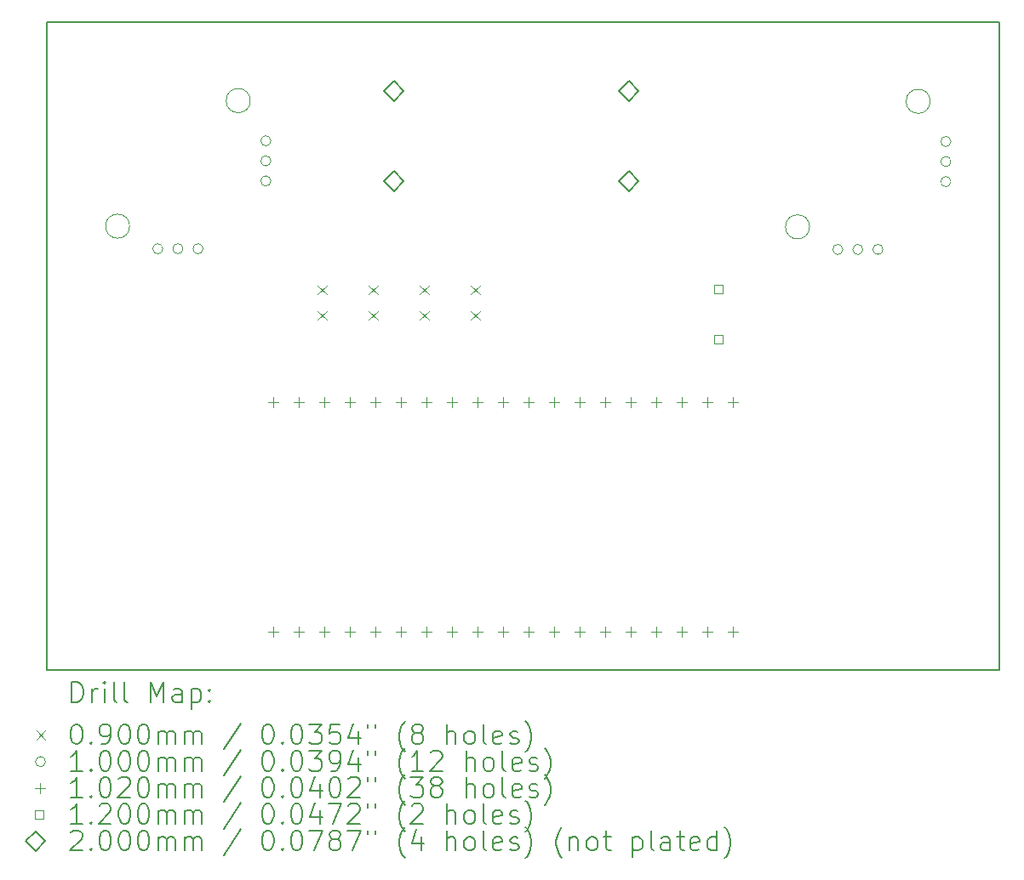
<source format=gbr>
%TF.GenerationSoftware,KiCad,Pcbnew,8.0.3*%
%TF.CreationDate,2024-08-21T11:04:33-06:00*%
%TF.ProjectId,controller,636f6e74-726f-46c6-9c65-722e6b696361,rev?*%
%TF.SameCoordinates,Original*%
%TF.FileFunction,Drillmap*%
%TF.FilePolarity,Positive*%
%FSLAX45Y45*%
G04 Gerber Fmt 4.5, Leading zero omitted, Abs format (unit mm)*
G04 Created by KiCad (PCBNEW 8.0.3) date 2024-08-21 11:04:33*
%MOMM*%
%LPD*%
G01*
G04 APERTURE LIST*
%ADD10C,0.200000*%
%ADD11C,0.050000*%
%ADD12C,0.100000*%
%ADD13C,0.102000*%
%ADD14C,0.120000*%
G04 APERTURE END LIST*
D10*
X7696200Y-5080000D02*
X17170400Y-5080000D01*
X17170400Y-11531600D01*
X7696200Y-11531600D01*
X7696200Y-5080000D01*
D11*
X8523000Y-7113000D02*
G75*
G02*
X8283000Y-7113000I-120000J0D01*
G01*
X8283000Y-7113000D02*
G75*
G02*
X8523000Y-7113000I120000J0D01*
G01*
X9723000Y-5863000D02*
G75*
G02*
X9483000Y-5863000I-120000J0D01*
G01*
X9483000Y-5863000D02*
G75*
G02*
X9723000Y-5863000I120000J0D01*
G01*
X15286300Y-7119900D02*
G75*
G02*
X15046300Y-7119900I-120000J0D01*
G01*
X15046300Y-7119900D02*
G75*
G02*
X15286300Y-7119900I120000J0D01*
G01*
X16486300Y-5869900D02*
G75*
G02*
X16246300Y-5869900I-120000J0D01*
G01*
X16246300Y-5869900D02*
G75*
G02*
X16486300Y-5869900I120000J0D01*
G01*
D10*
D12*
X10394400Y-7702000D02*
X10484400Y-7792000D01*
X10484400Y-7702000D02*
X10394400Y-7792000D01*
X10394400Y-7956000D02*
X10484400Y-8046000D01*
X10484400Y-7956000D02*
X10394400Y-8046000D01*
X10902400Y-7702000D02*
X10992400Y-7792000D01*
X10992400Y-7702000D02*
X10902400Y-7792000D01*
X10902400Y-7956000D02*
X10992400Y-8046000D01*
X10992400Y-7956000D02*
X10902400Y-8046000D01*
X11410400Y-7702000D02*
X11500400Y-7792000D01*
X11500400Y-7702000D02*
X11410400Y-7792000D01*
X11410400Y-7956000D02*
X11500400Y-8046000D01*
X11500400Y-7956000D02*
X11410400Y-8046000D01*
X11918400Y-7702000D02*
X12008400Y-7792000D01*
X12008400Y-7702000D02*
X11918400Y-7792000D01*
X11918400Y-7956000D02*
X12008400Y-8046000D01*
X12008400Y-7956000D02*
X11918400Y-8046000D01*
X8853000Y-7338000D02*
G75*
G02*
X8753000Y-7338000I-50000J0D01*
G01*
X8753000Y-7338000D02*
G75*
G02*
X8853000Y-7338000I50000J0D01*
G01*
X9053000Y-7338000D02*
G75*
G02*
X8953000Y-7338000I-50000J0D01*
G01*
X8953000Y-7338000D02*
G75*
G02*
X9053000Y-7338000I50000J0D01*
G01*
X9253000Y-7338000D02*
G75*
G02*
X9153000Y-7338000I-50000J0D01*
G01*
X9153000Y-7338000D02*
G75*
G02*
X9253000Y-7338000I50000J0D01*
G01*
X9928000Y-6263000D02*
G75*
G02*
X9828000Y-6263000I-50000J0D01*
G01*
X9828000Y-6263000D02*
G75*
G02*
X9928000Y-6263000I50000J0D01*
G01*
X9928000Y-6463000D02*
G75*
G02*
X9828000Y-6463000I-50000J0D01*
G01*
X9828000Y-6463000D02*
G75*
G02*
X9928000Y-6463000I50000J0D01*
G01*
X9928000Y-6663000D02*
G75*
G02*
X9828000Y-6663000I-50000J0D01*
G01*
X9828000Y-6663000D02*
G75*
G02*
X9928000Y-6663000I50000J0D01*
G01*
X15616300Y-7344900D02*
G75*
G02*
X15516300Y-7344900I-50000J0D01*
G01*
X15516300Y-7344900D02*
G75*
G02*
X15616300Y-7344900I50000J0D01*
G01*
X15816300Y-7344900D02*
G75*
G02*
X15716300Y-7344900I-50000J0D01*
G01*
X15716300Y-7344900D02*
G75*
G02*
X15816300Y-7344900I50000J0D01*
G01*
X16016300Y-7344900D02*
G75*
G02*
X15916300Y-7344900I-50000J0D01*
G01*
X15916300Y-7344900D02*
G75*
G02*
X16016300Y-7344900I50000J0D01*
G01*
X16691300Y-6269900D02*
G75*
G02*
X16591300Y-6269900I-50000J0D01*
G01*
X16591300Y-6269900D02*
G75*
G02*
X16691300Y-6269900I50000J0D01*
G01*
X16691300Y-6469900D02*
G75*
G02*
X16591300Y-6469900I-50000J0D01*
G01*
X16591300Y-6469900D02*
G75*
G02*
X16691300Y-6469900I50000J0D01*
G01*
X16691300Y-6669900D02*
G75*
G02*
X16591300Y-6669900I-50000J0D01*
G01*
X16591300Y-6669900D02*
G75*
G02*
X16691300Y-6669900I50000J0D01*
G01*
D13*
X9951284Y-8813416D02*
X9951284Y-8915416D01*
X9900284Y-8864416D02*
X10002284Y-8864416D01*
X9951556Y-11099416D02*
X9951556Y-11201416D01*
X9900556Y-11150416D02*
X10002556Y-11150416D01*
X10205284Y-8813416D02*
X10205284Y-8915416D01*
X10154284Y-8864416D02*
X10256284Y-8864416D01*
X10205556Y-11099416D02*
X10205556Y-11201416D01*
X10154556Y-11150416D02*
X10256556Y-11150416D01*
X10459284Y-8813416D02*
X10459284Y-8915416D01*
X10408284Y-8864416D02*
X10510284Y-8864416D01*
X10459556Y-11099416D02*
X10459556Y-11201416D01*
X10408556Y-11150416D02*
X10510556Y-11150416D01*
X10713284Y-8813416D02*
X10713284Y-8915416D01*
X10662284Y-8864416D02*
X10764284Y-8864416D01*
X10713556Y-11099416D02*
X10713556Y-11201416D01*
X10662556Y-11150416D02*
X10764556Y-11150416D01*
X10967284Y-8813416D02*
X10967284Y-8915416D01*
X10916284Y-8864416D02*
X11018284Y-8864416D01*
X10967556Y-11099416D02*
X10967556Y-11201416D01*
X10916556Y-11150416D02*
X11018556Y-11150416D01*
X11221284Y-8813416D02*
X11221284Y-8915416D01*
X11170284Y-8864416D02*
X11272284Y-8864416D01*
X11221556Y-11099416D02*
X11221556Y-11201416D01*
X11170556Y-11150416D02*
X11272556Y-11150416D01*
X11475284Y-8813416D02*
X11475284Y-8915416D01*
X11424284Y-8864416D02*
X11526284Y-8864416D01*
X11475556Y-11099416D02*
X11475556Y-11201416D01*
X11424556Y-11150416D02*
X11526556Y-11150416D01*
X11729284Y-8813416D02*
X11729284Y-8915416D01*
X11678284Y-8864416D02*
X11780284Y-8864416D01*
X11729556Y-11099416D02*
X11729556Y-11201416D01*
X11678556Y-11150416D02*
X11780556Y-11150416D01*
X11983284Y-8813416D02*
X11983284Y-8915416D01*
X11932284Y-8864416D02*
X12034284Y-8864416D01*
X11983556Y-11099416D02*
X11983556Y-11201416D01*
X11932556Y-11150416D02*
X12034556Y-11150416D01*
X12237284Y-8813416D02*
X12237284Y-8915416D01*
X12186284Y-8864416D02*
X12288284Y-8864416D01*
X12237556Y-11099416D02*
X12237556Y-11201416D01*
X12186556Y-11150416D02*
X12288556Y-11150416D01*
X12491284Y-8813416D02*
X12491284Y-8915416D01*
X12440284Y-8864416D02*
X12542284Y-8864416D01*
X12491556Y-11099416D02*
X12491556Y-11201416D01*
X12440556Y-11150416D02*
X12542556Y-11150416D01*
X12745284Y-8813416D02*
X12745284Y-8915416D01*
X12694284Y-8864416D02*
X12796284Y-8864416D01*
X12745556Y-11099416D02*
X12745556Y-11201416D01*
X12694556Y-11150416D02*
X12796556Y-11150416D01*
X12999284Y-8813416D02*
X12999284Y-8915416D01*
X12948284Y-8864416D02*
X13050284Y-8864416D01*
X12999556Y-11099416D02*
X12999556Y-11201416D01*
X12948556Y-11150416D02*
X13050556Y-11150416D01*
X13253284Y-8813416D02*
X13253284Y-8915416D01*
X13202284Y-8864416D02*
X13304284Y-8864416D01*
X13253556Y-11099416D02*
X13253556Y-11201416D01*
X13202556Y-11150416D02*
X13304556Y-11150416D01*
X13507284Y-8813416D02*
X13507284Y-8915416D01*
X13456284Y-8864416D02*
X13558284Y-8864416D01*
X13507556Y-11099416D02*
X13507556Y-11201416D01*
X13456556Y-11150416D02*
X13558556Y-11150416D01*
X13761284Y-8813416D02*
X13761284Y-8915416D01*
X13710284Y-8864416D02*
X13812284Y-8864416D01*
X13761556Y-11099416D02*
X13761556Y-11201416D01*
X13710556Y-11150416D02*
X13812556Y-11150416D01*
X14015284Y-8813416D02*
X14015284Y-8915416D01*
X13964284Y-8864416D02*
X14066284Y-8864416D01*
X14015556Y-11099416D02*
X14015556Y-11201416D01*
X13964556Y-11150416D02*
X14066556Y-11150416D01*
X14269284Y-8813416D02*
X14269284Y-8915416D01*
X14218284Y-8864416D02*
X14320284Y-8864416D01*
X14269556Y-11099416D02*
X14269556Y-11201416D01*
X14218556Y-11150416D02*
X14320556Y-11150416D01*
X14523284Y-8813416D02*
X14523284Y-8915416D01*
X14472284Y-8864416D02*
X14574284Y-8864416D01*
X14523556Y-11099416D02*
X14523556Y-11201416D01*
X14472556Y-11150416D02*
X14574556Y-11150416D01*
D14*
X14421727Y-7778027D02*
X14421727Y-7693173D01*
X14336873Y-7693173D01*
X14336873Y-7778027D01*
X14421727Y-7778027D01*
X14421727Y-8278027D02*
X14421727Y-8193173D01*
X14336873Y-8193173D01*
X14336873Y-8278027D01*
X14421727Y-8278027D01*
D10*
X11150600Y-5865800D02*
X11250600Y-5765800D01*
X11150600Y-5665800D01*
X11050600Y-5765800D01*
X11150600Y-5865800D01*
X11150600Y-6765800D02*
X11250600Y-6665800D01*
X11150600Y-6565800D01*
X11050600Y-6665800D01*
X11150600Y-6765800D01*
X13487400Y-5865800D02*
X13587400Y-5765800D01*
X13487400Y-5665800D01*
X13387400Y-5765800D01*
X13487400Y-5865800D01*
X13487400Y-6765800D02*
X13587400Y-6665800D01*
X13487400Y-6565800D01*
X13387400Y-6665800D01*
X13487400Y-6765800D01*
X7946977Y-11853084D02*
X7946977Y-11653084D01*
X7946977Y-11653084D02*
X7994596Y-11653084D01*
X7994596Y-11653084D02*
X8023167Y-11662608D01*
X8023167Y-11662608D02*
X8042215Y-11681655D01*
X8042215Y-11681655D02*
X8051739Y-11700703D01*
X8051739Y-11700703D02*
X8061262Y-11738798D01*
X8061262Y-11738798D02*
X8061262Y-11767369D01*
X8061262Y-11767369D02*
X8051739Y-11805465D01*
X8051739Y-11805465D02*
X8042215Y-11824512D01*
X8042215Y-11824512D02*
X8023167Y-11843560D01*
X8023167Y-11843560D02*
X7994596Y-11853084D01*
X7994596Y-11853084D02*
X7946977Y-11853084D01*
X8146977Y-11853084D02*
X8146977Y-11719750D01*
X8146977Y-11757846D02*
X8156501Y-11738798D01*
X8156501Y-11738798D02*
X8166024Y-11729274D01*
X8166024Y-11729274D02*
X8185072Y-11719750D01*
X8185072Y-11719750D02*
X8204120Y-11719750D01*
X8270786Y-11853084D02*
X8270786Y-11719750D01*
X8270786Y-11653084D02*
X8261262Y-11662608D01*
X8261262Y-11662608D02*
X8270786Y-11672131D01*
X8270786Y-11672131D02*
X8280310Y-11662608D01*
X8280310Y-11662608D02*
X8270786Y-11653084D01*
X8270786Y-11653084D02*
X8270786Y-11672131D01*
X8394596Y-11853084D02*
X8375548Y-11843560D01*
X8375548Y-11843560D02*
X8366024Y-11824512D01*
X8366024Y-11824512D02*
X8366024Y-11653084D01*
X8499358Y-11853084D02*
X8480310Y-11843560D01*
X8480310Y-11843560D02*
X8470786Y-11824512D01*
X8470786Y-11824512D02*
X8470786Y-11653084D01*
X8727929Y-11853084D02*
X8727929Y-11653084D01*
X8727929Y-11653084D02*
X8794596Y-11795941D01*
X8794596Y-11795941D02*
X8861263Y-11653084D01*
X8861263Y-11653084D02*
X8861263Y-11853084D01*
X9042215Y-11853084D02*
X9042215Y-11748322D01*
X9042215Y-11748322D02*
X9032691Y-11729274D01*
X9032691Y-11729274D02*
X9013644Y-11719750D01*
X9013644Y-11719750D02*
X8975548Y-11719750D01*
X8975548Y-11719750D02*
X8956501Y-11729274D01*
X9042215Y-11843560D02*
X9023167Y-11853084D01*
X9023167Y-11853084D02*
X8975548Y-11853084D01*
X8975548Y-11853084D02*
X8956501Y-11843560D01*
X8956501Y-11843560D02*
X8946977Y-11824512D01*
X8946977Y-11824512D02*
X8946977Y-11805465D01*
X8946977Y-11805465D02*
X8956501Y-11786417D01*
X8956501Y-11786417D02*
X8975548Y-11776893D01*
X8975548Y-11776893D02*
X9023167Y-11776893D01*
X9023167Y-11776893D02*
X9042215Y-11767369D01*
X9137453Y-11719750D02*
X9137453Y-11919750D01*
X9137453Y-11729274D02*
X9156501Y-11719750D01*
X9156501Y-11719750D02*
X9194596Y-11719750D01*
X9194596Y-11719750D02*
X9213644Y-11729274D01*
X9213644Y-11729274D02*
X9223167Y-11738798D01*
X9223167Y-11738798D02*
X9232691Y-11757846D01*
X9232691Y-11757846D02*
X9232691Y-11814988D01*
X9232691Y-11814988D02*
X9223167Y-11834036D01*
X9223167Y-11834036D02*
X9213644Y-11843560D01*
X9213644Y-11843560D02*
X9194596Y-11853084D01*
X9194596Y-11853084D02*
X9156501Y-11853084D01*
X9156501Y-11853084D02*
X9137453Y-11843560D01*
X9318405Y-11834036D02*
X9327929Y-11843560D01*
X9327929Y-11843560D02*
X9318405Y-11853084D01*
X9318405Y-11853084D02*
X9308882Y-11843560D01*
X9308882Y-11843560D02*
X9318405Y-11834036D01*
X9318405Y-11834036D02*
X9318405Y-11853084D01*
X9318405Y-11729274D02*
X9327929Y-11738798D01*
X9327929Y-11738798D02*
X9318405Y-11748322D01*
X9318405Y-11748322D02*
X9308882Y-11738798D01*
X9308882Y-11738798D02*
X9318405Y-11729274D01*
X9318405Y-11729274D02*
X9318405Y-11748322D01*
D12*
X7596200Y-12136600D02*
X7686200Y-12226600D01*
X7686200Y-12136600D02*
X7596200Y-12226600D01*
D10*
X7985072Y-12073084D02*
X8004120Y-12073084D01*
X8004120Y-12073084D02*
X8023167Y-12082608D01*
X8023167Y-12082608D02*
X8032691Y-12092131D01*
X8032691Y-12092131D02*
X8042215Y-12111179D01*
X8042215Y-12111179D02*
X8051739Y-12149274D01*
X8051739Y-12149274D02*
X8051739Y-12196893D01*
X8051739Y-12196893D02*
X8042215Y-12234988D01*
X8042215Y-12234988D02*
X8032691Y-12254036D01*
X8032691Y-12254036D02*
X8023167Y-12263560D01*
X8023167Y-12263560D02*
X8004120Y-12273084D01*
X8004120Y-12273084D02*
X7985072Y-12273084D01*
X7985072Y-12273084D02*
X7966024Y-12263560D01*
X7966024Y-12263560D02*
X7956501Y-12254036D01*
X7956501Y-12254036D02*
X7946977Y-12234988D01*
X7946977Y-12234988D02*
X7937453Y-12196893D01*
X7937453Y-12196893D02*
X7937453Y-12149274D01*
X7937453Y-12149274D02*
X7946977Y-12111179D01*
X7946977Y-12111179D02*
X7956501Y-12092131D01*
X7956501Y-12092131D02*
X7966024Y-12082608D01*
X7966024Y-12082608D02*
X7985072Y-12073084D01*
X8137453Y-12254036D02*
X8146977Y-12263560D01*
X8146977Y-12263560D02*
X8137453Y-12273084D01*
X8137453Y-12273084D02*
X8127929Y-12263560D01*
X8127929Y-12263560D02*
X8137453Y-12254036D01*
X8137453Y-12254036D02*
X8137453Y-12273084D01*
X8242215Y-12273084D02*
X8280310Y-12273084D01*
X8280310Y-12273084D02*
X8299358Y-12263560D01*
X8299358Y-12263560D02*
X8308882Y-12254036D01*
X8308882Y-12254036D02*
X8327929Y-12225465D01*
X8327929Y-12225465D02*
X8337453Y-12187369D01*
X8337453Y-12187369D02*
X8337453Y-12111179D01*
X8337453Y-12111179D02*
X8327929Y-12092131D01*
X8327929Y-12092131D02*
X8318405Y-12082608D01*
X8318405Y-12082608D02*
X8299358Y-12073084D01*
X8299358Y-12073084D02*
X8261262Y-12073084D01*
X8261262Y-12073084D02*
X8242215Y-12082608D01*
X8242215Y-12082608D02*
X8232691Y-12092131D01*
X8232691Y-12092131D02*
X8223167Y-12111179D01*
X8223167Y-12111179D02*
X8223167Y-12158798D01*
X8223167Y-12158798D02*
X8232691Y-12177846D01*
X8232691Y-12177846D02*
X8242215Y-12187369D01*
X8242215Y-12187369D02*
X8261262Y-12196893D01*
X8261262Y-12196893D02*
X8299358Y-12196893D01*
X8299358Y-12196893D02*
X8318405Y-12187369D01*
X8318405Y-12187369D02*
X8327929Y-12177846D01*
X8327929Y-12177846D02*
X8337453Y-12158798D01*
X8461263Y-12073084D02*
X8480310Y-12073084D01*
X8480310Y-12073084D02*
X8499358Y-12082608D01*
X8499358Y-12082608D02*
X8508882Y-12092131D01*
X8508882Y-12092131D02*
X8518405Y-12111179D01*
X8518405Y-12111179D02*
X8527929Y-12149274D01*
X8527929Y-12149274D02*
X8527929Y-12196893D01*
X8527929Y-12196893D02*
X8518405Y-12234988D01*
X8518405Y-12234988D02*
X8508882Y-12254036D01*
X8508882Y-12254036D02*
X8499358Y-12263560D01*
X8499358Y-12263560D02*
X8480310Y-12273084D01*
X8480310Y-12273084D02*
X8461263Y-12273084D01*
X8461263Y-12273084D02*
X8442215Y-12263560D01*
X8442215Y-12263560D02*
X8432691Y-12254036D01*
X8432691Y-12254036D02*
X8423167Y-12234988D01*
X8423167Y-12234988D02*
X8413644Y-12196893D01*
X8413644Y-12196893D02*
X8413644Y-12149274D01*
X8413644Y-12149274D02*
X8423167Y-12111179D01*
X8423167Y-12111179D02*
X8432691Y-12092131D01*
X8432691Y-12092131D02*
X8442215Y-12082608D01*
X8442215Y-12082608D02*
X8461263Y-12073084D01*
X8651739Y-12073084D02*
X8670786Y-12073084D01*
X8670786Y-12073084D02*
X8689834Y-12082608D01*
X8689834Y-12082608D02*
X8699358Y-12092131D01*
X8699358Y-12092131D02*
X8708882Y-12111179D01*
X8708882Y-12111179D02*
X8718405Y-12149274D01*
X8718405Y-12149274D02*
X8718405Y-12196893D01*
X8718405Y-12196893D02*
X8708882Y-12234988D01*
X8708882Y-12234988D02*
X8699358Y-12254036D01*
X8699358Y-12254036D02*
X8689834Y-12263560D01*
X8689834Y-12263560D02*
X8670786Y-12273084D01*
X8670786Y-12273084D02*
X8651739Y-12273084D01*
X8651739Y-12273084D02*
X8632691Y-12263560D01*
X8632691Y-12263560D02*
X8623167Y-12254036D01*
X8623167Y-12254036D02*
X8613644Y-12234988D01*
X8613644Y-12234988D02*
X8604120Y-12196893D01*
X8604120Y-12196893D02*
X8604120Y-12149274D01*
X8604120Y-12149274D02*
X8613644Y-12111179D01*
X8613644Y-12111179D02*
X8623167Y-12092131D01*
X8623167Y-12092131D02*
X8632691Y-12082608D01*
X8632691Y-12082608D02*
X8651739Y-12073084D01*
X8804120Y-12273084D02*
X8804120Y-12139750D01*
X8804120Y-12158798D02*
X8813644Y-12149274D01*
X8813644Y-12149274D02*
X8832691Y-12139750D01*
X8832691Y-12139750D02*
X8861263Y-12139750D01*
X8861263Y-12139750D02*
X8880310Y-12149274D01*
X8880310Y-12149274D02*
X8889834Y-12168322D01*
X8889834Y-12168322D02*
X8889834Y-12273084D01*
X8889834Y-12168322D02*
X8899358Y-12149274D01*
X8899358Y-12149274D02*
X8918405Y-12139750D01*
X8918405Y-12139750D02*
X8946977Y-12139750D01*
X8946977Y-12139750D02*
X8966025Y-12149274D01*
X8966025Y-12149274D02*
X8975548Y-12168322D01*
X8975548Y-12168322D02*
X8975548Y-12273084D01*
X9070786Y-12273084D02*
X9070786Y-12139750D01*
X9070786Y-12158798D02*
X9080310Y-12149274D01*
X9080310Y-12149274D02*
X9099358Y-12139750D01*
X9099358Y-12139750D02*
X9127929Y-12139750D01*
X9127929Y-12139750D02*
X9146977Y-12149274D01*
X9146977Y-12149274D02*
X9156501Y-12168322D01*
X9156501Y-12168322D02*
X9156501Y-12273084D01*
X9156501Y-12168322D02*
X9166025Y-12149274D01*
X9166025Y-12149274D02*
X9185072Y-12139750D01*
X9185072Y-12139750D02*
X9213644Y-12139750D01*
X9213644Y-12139750D02*
X9232691Y-12149274D01*
X9232691Y-12149274D02*
X9242215Y-12168322D01*
X9242215Y-12168322D02*
X9242215Y-12273084D01*
X9632691Y-12063560D02*
X9461263Y-12320703D01*
X9889834Y-12073084D02*
X9908882Y-12073084D01*
X9908882Y-12073084D02*
X9927929Y-12082608D01*
X9927929Y-12082608D02*
X9937453Y-12092131D01*
X9937453Y-12092131D02*
X9946977Y-12111179D01*
X9946977Y-12111179D02*
X9956501Y-12149274D01*
X9956501Y-12149274D02*
X9956501Y-12196893D01*
X9956501Y-12196893D02*
X9946977Y-12234988D01*
X9946977Y-12234988D02*
X9937453Y-12254036D01*
X9937453Y-12254036D02*
X9927929Y-12263560D01*
X9927929Y-12263560D02*
X9908882Y-12273084D01*
X9908882Y-12273084D02*
X9889834Y-12273084D01*
X9889834Y-12273084D02*
X9870787Y-12263560D01*
X9870787Y-12263560D02*
X9861263Y-12254036D01*
X9861263Y-12254036D02*
X9851739Y-12234988D01*
X9851739Y-12234988D02*
X9842215Y-12196893D01*
X9842215Y-12196893D02*
X9842215Y-12149274D01*
X9842215Y-12149274D02*
X9851739Y-12111179D01*
X9851739Y-12111179D02*
X9861263Y-12092131D01*
X9861263Y-12092131D02*
X9870787Y-12082608D01*
X9870787Y-12082608D02*
X9889834Y-12073084D01*
X10042215Y-12254036D02*
X10051739Y-12263560D01*
X10051739Y-12263560D02*
X10042215Y-12273084D01*
X10042215Y-12273084D02*
X10032691Y-12263560D01*
X10032691Y-12263560D02*
X10042215Y-12254036D01*
X10042215Y-12254036D02*
X10042215Y-12273084D01*
X10175548Y-12073084D02*
X10194596Y-12073084D01*
X10194596Y-12073084D02*
X10213644Y-12082608D01*
X10213644Y-12082608D02*
X10223168Y-12092131D01*
X10223168Y-12092131D02*
X10232691Y-12111179D01*
X10232691Y-12111179D02*
X10242215Y-12149274D01*
X10242215Y-12149274D02*
X10242215Y-12196893D01*
X10242215Y-12196893D02*
X10232691Y-12234988D01*
X10232691Y-12234988D02*
X10223168Y-12254036D01*
X10223168Y-12254036D02*
X10213644Y-12263560D01*
X10213644Y-12263560D02*
X10194596Y-12273084D01*
X10194596Y-12273084D02*
X10175548Y-12273084D01*
X10175548Y-12273084D02*
X10156501Y-12263560D01*
X10156501Y-12263560D02*
X10146977Y-12254036D01*
X10146977Y-12254036D02*
X10137453Y-12234988D01*
X10137453Y-12234988D02*
X10127929Y-12196893D01*
X10127929Y-12196893D02*
X10127929Y-12149274D01*
X10127929Y-12149274D02*
X10137453Y-12111179D01*
X10137453Y-12111179D02*
X10146977Y-12092131D01*
X10146977Y-12092131D02*
X10156501Y-12082608D01*
X10156501Y-12082608D02*
X10175548Y-12073084D01*
X10308882Y-12073084D02*
X10432691Y-12073084D01*
X10432691Y-12073084D02*
X10366025Y-12149274D01*
X10366025Y-12149274D02*
X10394596Y-12149274D01*
X10394596Y-12149274D02*
X10413644Y-12158798D01*
X10413644Y-12158798D02*
X10423168Y-12168322D01*
X10423168Y-12168322D02*
X10432691Y-12187369D01*
X10432691Y-12187369D02*
X10432691Y-12234988D01*
X10432691Y-12234988D02*
X10423168Y-12254036D01*
X10423168Y-12254036D02*
X10413644Y-12263560D01*
X10413644Y-12263560D02*
X10394596Y-12273084D01*
X10394596Y-12273084D02*
X10337453Y-12273084D01*
X10337453Y-12273084D02*
X10318406Y-12263560D01*
X10318406Y-12263560D02*
X10308882Y-12254036D01*
X10613644Y-12073084D02*
X10518406Y-12073084D01*
X10518406Y-12073084D02*
X10508882Y-12168322D01*
X10508882Y-12168322D02*
X10518406Y-12158798D01*
X10518406Y-12158798D02*
X10537453Y-12149274D01*
X10537453Y-12149274D02*
X10585072Y-12149274D01*
X10585072Y-12149274D02*
X10604120Y-12158798D01*
X10604120Y-12158798D02*
X10613644Y-12168322D01*
X10613644Y-12168322D02*
X10623168Y-12187369D01*
X10623168Y-12187369D02*
X10623168Y-12234988D01*
X10623168Y-12234988D02*
X10613644Y-12254036D01*
X10613644Y-12254036D02*
X10604120Y-12263560D01*
X10604120Y-12263560D02*
X10585072Y-12273084D01*
X10585072Y-12273084D02*
X10537453Y-12273084D01*
X10537453Y-12273084D02*
X10518406Y-12263560D01*
X10518406Y-12263560D02*
X10508882Y-12254036D01*
X10794596Y-12139750D02*
X10794596Y-12273084D01*
X10746977Y-12063560D02*
X10699358Y-12206417D01*
X10699358Y-12206417D02*
X10823168Y-12206417D01*
X10889834Y-12073084D02*
X10889834Y-12111179D01*
X10966025Y-12073084D02*
X10966025Y-12111179D01*
X11261263Y-12349274D02*
X11251739Y-12339750D01*
X11251739Y-12339750D02*
X11232691Y-12311179D01*
X11232691Y-12311179D02*
X11223168Y-12292131D01*
X11223168Y-12292131D02*
X11213644Y-12263560D01*
X11213644Y-12263560D02*
X11204120Y-12215941D01*
X11204120Y-12215941D02*
X11204120Y-12177846D01*
X11204120Y-12177846D02*
X11213644Y-12130227D01*
X11213644Y-12130227D02*
X11223168Y-12101655D01*
X11223168Y-12101655D02*
X11232691Y-12082608D01*
X11232691Y-12082608D02*
X11251739Y-12054036D01*
X11251739Y-12054036D02*
X11261263Y-12044512D01*
X11366025Y-12158798D02*
X11346977Y-12149274D01*
X11346977Y-12149274D02*
X11337453Y-12139750D01*
X11337453Y-12139750D02*
X11327929Y-12120703D01*
X11327929Y-12120703D02*
X11327929Y-12111179D01*
X11327929Y-12111179D02*
X11337453Y-12092131D01*
X11337453Y-12092131D02*
X11346977Y-12082608D01*
X11346977Y-12082608D02*
X11366025Y-12073084D01*
X11366025Y-12073084D02*
X11404120Y-12073084D01*
X11404120Y-12073084D02*
X11423168Y-12082608D01*
X11423168Y-12082608D02*
X11432691Y-12092131D01*
X11432691Y-12092131D02*
X11442215Y-12111179D01*
X11442215Y-12111179D02*
X11442215Y-12120703D01*
X11442215Y-12120703D02*
X11432691Y-12139750D01*
X11432691Y-12139750D02*
X11423168Y-12149274D01*
X11423168Y-12149274D02*
X11404120Y-12158798D01*
X11404120Y-12158798D02*
X11366025Y-12158798D01*
X11366025Y-12158798D02*
X11346977Y-12168322D01*
X11346977Y-12168322D02*
X11337453Y-12177846D01*
X11337453Y-12177846D02*
X11327929Y-12196893D01*
X11327929Y-12196893D02*
X11327929Y-12234988D01*
X11327929Y-12234988D02*
X11337453Y-12254036D01*
X11337453Y-12254036D02*
X11346977Y-12263560D01*
X11346977Y-12263560D02*
X11366025Y-12273084D01*
X11366025Y-12273084D02*
X11404120Y-12273084D01*
X11404120Y-12273084D02*
X11423168Y-12263560D01*
X11423168Y-12263560D02*
X11432691Y-12254036D01*
X11432691Y-12254036D02*
X11442215Y-12234988D01*
X11442215Y-12234988D02*
X11442215Y-12196893D01*
X11442215Y-12196893D02*
X11432691Y-12177846D01*
X11432691Y-12177846D02*
X11423168Y-12168322D01*
X11423168Y-12168322D02*
X11404120Y-12158798D01*
X11680310Y-12273084D02*
X11680310Y-12073084D01*
X11766025Y-12273084D02*
X11766025Y-12168322D01*
X11766025Y-12168322D02*
X11756501Y-12149274D01*
X11756501Y-12149274D02*
X11737453Y-12139750D01*
X11737453Y-12139750D02*
X11708882Y-12139750D01*
X11708882Y-12139750D02*
X11689834Y-12149274D01*
X11689834Y-12149274D02*
X11680310Y-12158798D01*
X11889834Y-12273084D02*
X11870787Y-12263560D01*
X11870787Y-12263560D02*
X11861263Y-12254036D01*
X11861263Y-12254036D02*
X11851739Y-12234988D01*
X11851739Y-12234988D02*
X11851739Y-12177846D01*
X11851739Y-12177846D02*
X11861263Y-12158798D01*
X11861263Y-12158798D02*
X11870787Y-12149274D01*
X11870787Y-12149274D02*
X11889834Y-12139750D01*
X11889834Y-12139750D02*
X11918406Y-12139750D01*
X11918406Y-12139750D02*
X11937453Y-12149274D01*
X11937453Y-12149274D02*
X11946977Y-12158798D01*
X11946977Y-12158798D02*
X11956501Y-12177846D01*
X11956501Y-12177846D02*
X11956501Y-12234988D01*
X11956501Y-12234988D02*
X11946977Y-12254036D01*
X11946977Y-12254036D02*
X11937453Y-12263560D01*
X11937453Y-12263560D02*
X11918406Y-12273084D01*
X11918406Y-12273084D02*
X11889834Y-12273084D01*
X12070787Y-12273084D02*
X12051739Y-12263560D01*
X12051739Y-12263560D02*
X12042215Y-12244512D01*
X12042215Y-12244512D02*
X12042215Y-12073084D01*
X12223168Y-12263560D02*
X12204120Y-12273084D01*
X12204120Y-12273084D02*
X12166025Y-12273084D01*
X12166025Y-12273084D02*
X12146977Y-12263560D01*
X12146977Y-12263560D02*
X12137453Y-12244512D01*
X12137453Y-12244512D02*
X12137453Y-12168322D01*
X12137453Y-12168322D02*
X12146977Y-12149274D01*
X12146977Y-12149274D02*
X12166025Y-12139750D01*
X12166025Y-12139750D02*
X12204120Y-12139750D01*
X12204120Y-12139750D02*
X12223168Y-12149274D01*
X12223168Y-12149274D02*
X12232691Y-12168322D01*
X12232691Y-12168322D02*
X12232691Y-12187369D01*
X12232691Y-12187369D02*
X12137453Y-12206417D01*
X12308882Y-12263560D02*
X12327930Y-12273084D01*
X12327930Y-12273084D02*
X12366025Y-12273084D01*
X12366025Y-12273084D02*
X12385072Y-12263560D01*
X12385072Y-12263560D02*
X12394596Y-12244512D01*
X12394596Y-12244512D02*
X12394596Y-12234988D01*
X12394596Y-12234988D02*
X12385072Y-12215941D01*
X12385072Y-12215941D02*
X12366025Y-12206417D01*
X12366025Y-12206417D02*
X12337453Y-12206417D01*
X12337453Y-12206417D02*
X12318406Y-12196893D01*
X12318406Y-12196893D02*
X12308882Y-12177846D01*
X12308882Y-12177846D02*
X12308882Y-12168322D01*
X12308882Y-12168322D02*
X12318406Y-12149274D01*
X12318406Y-12149274D02*
X12337453Y-12139750D01*
X12337453Y-12139750D02*
X12366025Y-12139750D01*
X12366025Y-12139750D02*
X12385072Y-12149274D01*
X12461263Y-12349274D02*
X12470787Y-12339750D01*
X12470787Y-12339750D02*
X12489834Y-12311179D01*
X12489834Y-12311179D02*
X12499358Y-12292131D01*
X12499358Y-12292131D02*
X12508882Y-12263560D01*
X12508882Y-12263560D02*
X12518406Y-12215941D01*
X12518406Y-12215941D02*
X12518406Y-12177846D01*
X12518406Y-12177846D02*
X12508882Y-12130227D01*
X12508882Y-12130227D02*
X12499358Y-12101655D01*
X12499358Y-12101655D02*
X12489834Y-12082608D01*
X12489834Y-12082608D02*
X12470787Y-12054036D01*
X12470787Y-12054036D02*
X12461263Y-12044512D01*
D12*
X7686200Y-12445600D02*
G75*
G02*
X7586200Y-12445600I-50000J0D01*
G01*
X7586200Y-12445600D02*
G75*
G02*
X7686200Y-12445600I50000J0D01*
G01*
D10*
X8051739Y-12537084D02*
X7937453Y-12537084D01*
X7994596Y-12537084D02*
X7994596Y-12337084D01*
X7994596Y-12337084D02*
X7975548Y-12365655D01*
X7975548Y-12365655D02*
X7956501Y-12384703D01*
X7956501Y-12384703D02*
X7937453Y-12394227D01*
X8137453Y-12518036D02*
X8146977Y-12527560D01*
X8146977Y-12527560D02*
X8137453Y-12537084D01*
X8137453Y-12537084D02*
X8127929Y-12527560D01*
X8127929Y-12527560D02*
X8137453Y-12518036D01*
X8137453Y-12518036D02*
X8137453Y-12537084D01*
X8270786Y-12337084D02*
X8289834Y-12337084D01*
X8289834Y-12337084D02*
X8308882Y-12346608D01*
X8308882Y-12346608D02*
X8318405Y-12356131D01*
X8318405Y-12356131D02*
X8327929Y-12375179D01*
X8327929Y-12375179D02*
X8337453Y-12413274D01*
X8337453Y-12413274D02*
X8337453Y-12460893D01*
X8337453Y-12460893D02*
X8327929Y-12498988D01*
X8327929Y-12498988D02*
X8318405Y-12518036D01*
X8318405Y-12518036D02*
X8308882Y-12527560D01*
X8308882Y-12527560D02*
X8289834Y-12537084D01*
X8289834Y-12537084D02*
X8270786Y-12537084D01*
X8270786Y-12537084D02*
X8251739Y-12527560D01*
X8251739Y-12527560D02*
X8242215Y-12518036D01*
X8242215Y-12518036D02*
X8232691Y-12498988D01*
X8232691Y-12498988D02*
X8223167Y-12460893D01*
X8223167Y-12460893D02*
X8223167Y-12413274D01*
X8223167Y-12413274D02*
X8232691Y-12375179D01*
X8232691Y-12375179D02*
X8242215Y-12356131D01*
X8242215Y-12356131D02*
X8251739Y-12346608D01*
X8251739Y-12346608D02*
X8270786Y-12337084D01*
X8461263Y-12337084D02*
X8480310Y-12337084D01*
X8480310Y-12337084D02*
X8499358Y-12346608D01*
X8499358Y-12346608D02*
X8508882Y-12356131D01*
X8508882Y-12356131D02*
X8518405Y-12375179D01*
X8518405Y-12375179D02*
X8527929Y-12413274D01*
X8527929Y-12413274D02*
X8527929Y-12460893D01*
X8527929Y-12460893D02*
X8518405Y-12498988D01*
X8518405Y-12498988D02*
X8508882Y-12518036D01*
X8508882Y-12518036D02*
X8499358Y-12527560D01*
X8499358Y-12527560D02*
X8480310Y-12537084D01*
X8480310Y-12537084D02*
X8461263Y-12537084D01*
X8461263Y-12537084D02*
X8442215Y-12527560D01*
X8442215Y-12527560D02*
X8432691Y-12518036D01*
X8432691Y-12518036D02*
X8423167Y-12498988D01*
X8423167Y-12498988D02*
X8413644Y-12460893D01*
X8413644Y-12460893D02*
X8413644Y-12413274D01*
X8413644Y-12413274D02*
X8423167Y-12375179D01*
X8423167Y-12375179D02*
X8432691Y-12356131D01*
X8432691Y-12356131D02*
X8442215Y-12346608D01*
X8442215Y-12346608D02*
X8461263Y-12337084D01*
X8651739Y-12337084D02*
X8670786Y-12337084D01*
X8670786Y-12337084D02*
X8689834Y-12346608D01*
X8689834Y-12346608D02*
X8699358Y-12356131D01*
X8699358Y-12356131D02*
X8708882Y-12375179D01*
X8708882Y-12375179D02*
X8718405Y-12413274D01*
X8718405Y-12413274D02*
X8718405Y-12460893D01*
X8718405Y-12460893D02*
X8708882Y-12498988D01*
X8708882Y-12498988D02*
X8699358Y-12518036D01*
X8699358Y-12518036D02*
X8689834Y-12527560D01*
X8689834Y-12527560D02*
X8670786Y-12537084D01*
X8670786Y-12537084D02*
X8651739Y-12537084D01*
X8651739Y-12537084D02*
X8632691Y-12527560D01*
X8632691Y-12527560D02*
X8623167Y-12518036D01*
X8623167Y-12518036D02*
X8613644Y-12498988D01*
X8613644Y-12498988D02*
X8604120Y-12460893D01*
X8604120Y-12460893D02*
X8604120Y-12413274D01*
X8604120Y-12413274D02*
X8613644Y-12375179D01*
X8613644Y-12375179D02*
X8623167Y-12356131D01*
X8623167Y-12356131D02*
X8632691Y-12346608D01*
X8632691Y-12346608D02*
X8651739Y-12337084D01*
X8804120Y-12537084D02*
X8804120Y-12403750D01*
X8804120Y-12422798D02*
X8813644Y-12413274D01*
X8813644Y-12413274D02*
X8832691Y-12403750D01*
X8832691Y-12403750D02*
X8861263Y-12403750D01*
X8861263Y-12403750D02*
X8880310Y-12413274D01*
X8880310Y-12413274D02*
X8889834Y-12432322D01*
X8889834Y-12432322D02*
X8889834Y-12537084D01*
X8889834Y-12432322D02*
X8899358Y-12413274D01*
X8899358Y-12413274D02*
X8918405Y-12403750D01*
X8918405Y-12403750D02*
X8946977Y-12403750D01*
X8946977Y-12403750D02*
X8966025Y-12413274D01*
X8966025Y-12413274D02*
X8975548Y-12432322D01*
X8975548Y-12432322D02*
X8975548Y-12537084D01*
X9070786Y-12537084D02*
X9070786Y-12403750D01*
X9070786Y-12422798D02*
X9080310Y-12413274D01*
X9080310Y-12413274D02*
X9099358Y-12403750D01*
X9099358Y-12403750D02*
X9127929Y-12403750D01*
X9127929Y-12403750D02*
X9146977Y-12413274D01*
X9146977Y-12413274D02*
X9156501Y-12432322D01*
X9156501Y-12432322D02*
X9156501Y-12537084D01*
X9156501Y-12432322D02*
X9166025Y-12413274D01*
X9166025Y-12413274D02*
X9185072Y-12403750D01*
X9185072Y-12403750D02*
X9213644Y-12403750D01*
X9213644Y-12403750D02*
X9232691Y-12413274D01*
X9232691Y-12413274D02*
X9242215Y-12432322D01*
X9242215Y-12432322D02*
X9242215Y-12537084D01*
X9632691Y-12327560D02*
X9461263Y-12584703D01*
X9889834Y-12337084D02*
X9908882Y-12337084D01*
X9908882Y-12337084D02*
X9927929Y-12346608D01*
X9927929Y-12346608D02*
X9937453Y-12356131D01*
X9937453Y-12356131D02*
X9946977Y-12375179D01*
X9946977Y-12375179D02*
X9956501Y-12413274D01*
X9956501Y-12413274D02*
X9956501Y-12460893D01*
X9956501Y-12460893D02*
X9946977Y-12498988D01*
X9946977Y-12498988D02*
X9937453Y-12518036D01*
X9937453Y-12518036D02*
X9927929Y-12527560D01*
X9927929Y-12527560D02*
X9908882Y-12537084D01*
X9908882Y-12537084D02*
X9889834Y-12537084D01*
X9889834Y-12537084D02*
X9870787Y-12527560D01*
X9870787Y-12527560D02*
X9861263Y-12518036D01*
X9861263Y-12518036D02*
X9851739Y-12498988D01*
X9851739Y-12498988D02*
X9842215Y-12460893D01*
X9842215Y-12460893D02*
X9842215Y-12413274D01*
X9842215Y-12413274D02*
X9851739Y-12375179D01*
X9851739Y-12375179D02*
X9861263Y-12356131D01*
X9861263Y-12356131D02*
X9870787Y-12346608D01*
X9870787Y-12346608D02*
X9889834Y-12337084D01*
X10042215Y-12518036D02*
X10051739Y-12527560D01*
X10051739Y-12527560D02*
X10042215Y-12537084D01*
X10042215Y-12537084D02*
X10032691Y-12527560D01*
X10032691Y-12527560D02*
X10042215Y-12518036D01*
X10042215Y-12518036D02*
X10042215Y-12537084D01*
X10175548Y-12337084D02*
X10194596Y-12337084D01*
X10194596Y-12337084D02*
X10213644Y-12346608D01*
X10213644Y-12346608D02*
X10223168Y-12356131D01*
X10223168Y-12356131D02*
X10232691Y-12375179D01*
X10232691Y-12375179D02*
X10242215Y-12413274D01*
X10242215Y-12413274D02*
X10242215Y-12460893D01*
X10242215Y-12460893D02*
X10232691Y-12498988D01*
X10232691Y-12498988D02*
X10223168Y-12518036D01*
X10223168Y-12518036D02*
X10213644Y-12527560D01*
X10213644Y-12527560D02*
X10194596Y-12537084D01*
X10194596Y-12537084D02*
X10175548Y-12537084D01*
X10175548Y-12537084D02*
X10156501Y-12527560D01*
X10156501Y-12527560D02*
X10146977Y-12518036D01*
X10146977Y-12518036D02*
X10137453Y-12498988D01*
X10137453Y-12498988D02*
X10127929Y-12460893D01*
X10127929Y-12460893D02*
X10127929Y-12413274D01*
X10127929Y-12413274D02*
X10137453Y-12375179D01*
X10137453Y-12375179D02*
X10146977Y-12356131D01*
X10146977Y-12356131D02*
X10156501Y-12346608D01*
X10156501Y-12346608D02*
X10175548Y-12337084D01*
X10308882Y-12337084D02*
X10432691Y-12337084D01*
X10432691Y-12337084D02*
X10366025Y-12413274D01*
X10366025Y-12413274D02*
X10394596Y-12413274D01*
X10394596Y-12413274D02*
X10413644Y-12422798D01*
X10413644Y-12422798D02*
X10423168Y-12432322D01*
X10423168Y-12432322D02*
X10432691Y-12451369D01*
X10432691Y-12451369D02*
X10432691Y-12498988D01*
X10432691Y-12498988D02*
X10423168Y-12518036D01*
X10423168Y-12518036D02*
X10413644Y-12527560D01*
X10413644Y-12527560D02*
X10394596Y-12537084D01*
X10394596Y-12537084D02*
X10337453Y-12537084D01*
X10337453Y-12537084D02*
X10318406Y-12527560D01*
X10318406Y-12527560D02*
X10308882Y-12518036D01*
X10527929Y-12537084D02*
X10566025Y-12537084D01*
X10566025Y-12537084D02*
X10585072Y-12527560D01*
X10585072Y-12527560D02*
X10594596Y-12518036D01*
X10594596Y-12518036D02*
X10613644Y-12489465D01*
X10613644Y-12489465D02*
X10623168Y-12451369D01*
X10623168Y-12451369D02*
X10623168Y-12375179D01*
X10623168Y-12375179D02*
X10613644Y-12356131D01*
X10613644Y-12356131D02*
X10604120Y-12346608D01*
X10604120Y-12346608D02*
X10585072Y-12337084D01*
X10585072Y-12337084D02*
X10546977Y-12337084D01*
X10546977Y-12337084D02*
X10527929Y-12346608D01*
X10527929Y-12346608D02*
X10518406Y-12356131D01*
X10518406Y-12356131D02*
X10508882Y-12375179D01*
X10508882Y-12375179D02*
X10508882Y-12422798D01*
X10508882Y-12422798D02*
X10518406Y-12441846D01*
X10518406Y-12441846D02*
X10527929Y-12451369D01*
X10527929Y-12451369D02*
X10546977Y-12460893D01*
X10546977Y-12460893D02*
X10585072Y-12460893D01*
X10585072Y-12460893D02*
X10604120Y-12451369D01*
X10604120Y-12451369D02*
X10613644Y-12441846D01*
X10613644Y-12441846D02*
X10623168Y-12422798D01*
X10794596Y-12403750D02*
X10794596Y-12537084D01*
X10746977Y-12327560D02*
X10699358Y-12470417D01*
X10699358Y-12470417D02*
X10823168Y-12470417D01*
X10889834Y-12337084D02*
X10889834Y-12375179D01*
X10966025Y-12337084D02*
X10966025Y-12375179D01*
X11261263Y-12613274D02*
X11251739Y-12603750D01*
X11251739Y-12603750D02*
X11232691Y-12575179D01*
X11232691Y-12575179D02*
X11223168Y-12556131D01*
X11223168Y-12556131D02*
X11213644Y-12527560D01*
X11213644Y-12527560D02*
X11204120Y-12479941D01*
X11204120Y-12479941D02*
X11204120Y-12441846D01*
X11204120Y-12441846D02*
X11213644Y-12394227D01*
X11213644Y-12394227D02*
X11223168Y-12365655D01*
X11223168Y-12365655D02*
X11232691Y-12346608D01*
X11232691Y-12346608D02*
X11251739Y-12318036D01*
X11251739Y-12318036D02*
X11261263Y-12308512D01*
X11442215Y-12537084D02*
X11327929Y-12537084D01*
X11385072Y-12537084D02*
X11385072Y-12337084D01*
X11385072Y-12337084D02*
X11366025Y-12365655D01*
X11366025Y-12365655D02*
X11346977Y-12384703D01*
X11346977Y-12384703D02*
X11327929Y-12394227D01*
X11518406Y-12356131D02*
X11527929Y-12346608D01*
X11527929Y-12346608D02*
X11546977Y-12337084D01*
X11546977Y-12337084D02*
X11594596Y-12337084D01*
X11594596Y-12337084D02*
X11613644Y-12346608D01*
X11613644Y-12346608D02*
X11623168Y-12356131D01*
X11623168Y-12356131D02*
X11632691Y-12375179D01*
X11632691Y-12375179D02*
X11632691Y-12394227D01*
X11632691Y-12394227D02*
X11623168Y-12422798D01*
X11623168Y-12422798D02*
X11508882Y-12537084D01*
X11508882Y-12537084D02*
X11632691Y-12537084D01*
X11870787Y-12537084D02*
X11870787Y-12337084D01*
X11956501Y-12537084D02*
X11956501Y-12432322D01*
X11956501Y-12432322D02*
X11946977Y-12413274D01*
X11946977Y-12413274D02*
X11927930Y-12403750D01*
X11927930Y-12403750D02*
X11899358Y-12403750D01*
X11899358Y-12403750D02*
X11880310Y-12413274D01*
X11880310Y-12413274D02*
X11870787Y-12422798D01*
X12080310Y-12537084D02*
X12061263Y-12527560D01*
X12061263Y-12527560D02*
X12051739Y-12518036D01*
X12051739Y-12518036D02*
X12042215Y-12498988D01*
X12042215Y-12498988D02*
X12042215Y-12441846D01*
X12042215Y-12441846D02*
X12051739Y-12422798D01*
X12051739Y-12422798D02*
X12061263Y-12413274D01*
X12061263Y-12413274D02*
X12080310Y-12403750D01*
X12080310Y-12403750D02*
X12108882Y-12403750D01*
X12108882Y-12403750D02*
X12127930Y-12413274D01*
X12127930Y-12413274D02*
X12137453Y-12422798D01*
X12137453Y-12422798D02*
X12146977Y-12441846D01*
X12146977Y-12441846D02*
X12146977Y-12498988D01*
X12146977Y-12498988D02*
X12137453Y-12518036D01*
X12137453Y-12518036D02*
X12127930Y-12527560D01*
X12127930Y-12527560D02*
X12108882Y-12537084D01*
X12108882Y-12537084D02*
X12080310Y-12537084D01*
X12261263Y-12537084D02*
X12242215Y-12527560D01*
X12242215Y-12527560D02*
X12232691Y-12508512D01*
X12232691Y-12508512D02*
X12232691Y-12337084D01*
X12413644Y-12527560D02*
X12394596Y-12537084D01*
X12394596Y-12537084D02*
X12356501Y-12537084D01*
X12356501Y-12537084D02*
X12337453Y-12527560D01*
X12337453Y-12527560D02*
X12327930Y-12508512D01*
X12327930Y-12508512D02*
X12327930Y-12432322D01*
X12327930Y-12432322D02*
X12337453Y-12413274D01*
X12337453Y-12413274D02*
X12356501Y-12403750D01*
X12356501Y-12403750D02*
X12394596Y-12403750D01*
X12394596Y-12403750D02*
X12413644Y-12413274D01*
X12413644Y-12413274D02*
X12423168Y-12432322D01*
X12423168Y-12432322D02*
X12423168Y-12451369D01*
X12423168Y-12451369D02*
X12327930Y-12470417D01*
X12499358Y-12527560D02*
X12518406Y-12537084D01*
X12518406Y-12537084D02*
X12556501Y-12537084D01*
X12556501Y-12537084D02*
X12575549Y-12527560D01*
X12575549Y-12527560D02*
X12585072Y-12508512D01*
X12585072Y-12508512D02*
X12585072Y-12498988D01*
X12585072Y-12498988D02*
X12575549Y-12479941D01*
X12575549Y-12479941D02*
X12556501Y-12470417D01*
X12556501Y-12470417D02*
X12527930Y-12470417D01*
X12527930Y-12470417D02*
X12508882Y-12460893D01*
X12508882Y-12460893D02*
X12499358Y-12441846D01*
X12499358Y-12441846D02*
X12499358Y-12432322D01*
X12499358Y-12432322D02*
X12508882Y-12413274D01*
X12508882Y-12413274D02*
X12527930Y-12403750D01*
X12527930Y-12403750D02*
X12556501Y-12403750D01*
X12556501Y-12403750D02*
X12575549Y-12413274D01*
X12651739Y-12613274D02*
X12661263Y-12603750D01*
X12661263Y-12603750D02*
X12680311Y-12575179D01*
X12680311Y-12575179D02*
X12689834Y-12556131D01*
X12689834Y-12556131D02*
X12699358Y-12527560D01*
X12699358Y-12527560D02*
X12708882Y-12479941D01*
X12708882Y-12479941D02*
X12708882Y-12441846D01*
X12708882Y-12441846D02*
X12699358Y-12394227D01*
X12699358Y-12394227D02*
X12689834Y-12365655D01*
X12689834Y-12365655D02*
X12680311Y-12346608D01*
X12680311Y-12346608D02*
X12661263Y-12318036D01*
X12661263Y-12318036D02*
X12651739Y-12308512D01*
D13*
X7635200Y-12658600D02*
X7635200Y-12760600D01*
X7584200Y-12709600D02*
X7686200Y-12709600D01*
D10*
X8051739Y-12801084D02*
X7937453Y-12801084D01*
X7994596Y-12801084D02*
X7994596Y-12601084D01*
X7994596Y-12601084D02*
X7975548Y-12629655D01*
X7975548Y-12629655D02*
X7956501Y-12648703D01*
X7956501Y-12648703D02*
X7937453Y-12658227D01*
X8137453Y-12782036D02*
X8146977Y-12791560D01*
X8146977Y-12791560D02*
X8137453Y-12801084D01*
X8137453Y-12801084D02*
X8127929Y-12791560D01*
X8127929Y-12791560D02*
X8137453Y-12782036D01*
X8137453Y-12782036D02*
X8137453Y-12801084D01*
X8270786Y-12601084D02*
X8289834Y-12601084D01*
X8289834Y-12601084D02*
X8308882Y-12610608D01*
X8308882Y-12610608D02*
X8318405Y-12620131D01*
X8318405Y-12620131D02*
X8327929Y-12639179D01*
X8327929Y-12639179D02*
X8337453Y-12677274D01*
X8337453Y-12677274D02*
X8337453Y-12724893D01*
X8337453Y-12724893D02*
X8327929Y-12762988D01*
X8327929Y-12762988D02*
X8318405Y-12782036D01*
X8318405Y-12782036D02*
X8308882Y-12791560D01*
X8308882Y-12791560D02*
X8289834Y-12801084D01*
X8289834Y-12801084D02*
X8270786Y-12801084D01*
X8270786Y-12801084D02*
X8251739Y-12791560D01*
X8251739Y-12791560D02*
X8242215Y-12782036D01*
X8242215Y-12782036D02*
X8232691Y-12762988D01*
X8232691Y-12762988D02*
X8223167Y-12724893D01*
X8223167Y-12724893D02*
X8223167Y-12677274D01*
X8223167Y-12677274D02*
X8232691Y-12639179D01*
X8232691Y-12639179D02*
X8242215Y-12620131D01*
X8242215Y-12620131D02*
X8251739Y-12610608D01*
X8251739Y-12610608D02*
X8270786Y-12601084D01*
X8413644Y-12620131D02*
X8423167Y-12610608D01*
X8423167Y-12610608D02*
X8442215Y-12601084D01*
X8442215Y-12601084D02*
X8489834Y-12601084D01*
X8489834Y-12601084D02*
X8508882Y-12610608D01*
X8508882Y-12610608D02*
X8518405Y-12620131D01*
X8518405Y-12620131D02*
X8527929Y-12639179D01*
X8527929Y-12639179D02*
X8527929Y-12658227D01*
X8527929Y-12658227D02*
X8518405Y-12686798D01*
X8518405Y-12686798D02*
X8404120Y-12801084D01*
X8404120Y-12801084D02*
X8527929Y-12801084D01*
X8651739Y-12601084D02*
X8670786Y-12601084D01*
X8670786Y-12601084D02*
X8689834Y-12610608D01*
X8689834Y-12610608D02*
X8699358Y-12620131D01*
X8699358Y-12620131D02*
X8708882Y-12639179D01*
X8708882Y-12639179D02*
X8718405Y-12677274D01*
X8718405Y-12677274D02*
X8718405Y-12724893D01*
X8718405Y-12724893D02*
X8708882Y-12762988D01*
X8708882Y-12762988D02*
X8699358Y-12782036D01*
X8699358Y-12782036D02*
X8689834Y-12791560D01*
X8689834Y-12791560D02*
X8670786Y-12801084D01*
X8670786Y-12801084D02*
X8651739Y-12801084D01*
X8651739Y-12801084D02*
X8632691Y-12791560D01*
X8632691Y-12791560D02*
X8623167Y-12782036D01*
X8623167Y-12782036D02*
X8613644Y-12762988D01*
X8613644Y-12762988D02*
X8604120Y-12724893D01*
X8604120Y-12724893D02*
X8604120Y-12677274D01*
X8604120Y-12677274D02*
X8613644Y-12639179D01*
X8613644Y-12639179D02*
X8623167Y-12620131D01*
X8623167Y-12620131D02*
X8632691Y-12610608D01*
X8632691Y-12610608D02*
X8651739Y-12601084D01*
X8804120Y-12801084D02*
X8804120Y-12667750D01*
X8804120Y-12686798D02*
X8813644Y-12677274D01*
X8813644Y-12677274D02*
X8832691Y-12667750D01*
X8832691Y-12667750D02*
X8861263Y-12667750D01*
X8861263Y-12667750D02*
X8880310Y-12677274D01*
X8880310Y-12677274D02*
X8889834Y-12696322D01*
X8889834Y-12696322D02*
X8889834Y-12801084D01*
X8889834Y-12696322D02*
X8899358Y-12677274D01*
X8899358Y-12677274D02*
X8918405Y-12667750D01*
X8918405Y-12667750D02*
X8946977Y-12667750D01*
X8946977Y-12667750D02*
X8966025Y-12677274D01*
X8966025Y-12677274D02*
X8975548Y-12696322D01*
X8975548Y-12696322D02*
X8975548Y-12801084D01*
X9070786Y-12801084D02*
X9070786Y-12667750D01*
X9070786Y-12686798D02*
X9080310Y-12677274D01*
X9080310Y-12677274D02*
X9099358Y-12667750D01*
X9099358Y-12667750D02*
X9127929Y-12667750D01*
X9127929Y-12667750D02*
X9146977Y-12677274D01*
X9146977Y-12677274D02*
X9156501Y-12696322D01*
X9156501Y-12696322D02*
X9156501Y-12801084D01*
X9156501Y-12696322D02*
X9166025Y-12677274D01*
X9166025Y-12677274D02*
X9185072Y-12667750D01*
X9185072Y-12667750D02*
X9213644Y-12667750D01*
X9213644Y-12667750D02*
X9232691Y-12677274D01*
X9232691Y-12677274D02*
X9242215Y-12696322D01*
X9242215Y-12696322D02*
X9242215Y-12801084D01*
X9632691Y-12591560D02*
X9461263Y-12848703D01*
X9889834Y-12601084D02*
X9908882Y-12601084D01*
X9908882Y-12601084D02*
X9927929Y-12610608D01*
X9927929Y-12610608D02*
X9937453Y-12620131D01*
X9937453Y-12620131D02*
X9946977Y-12639179D01*
X9946977Y-12639179D02*
X9956501Y-12677274D01*
X9956501Y-12677274D02*
X9956501Y-12724893D01*
X9956501Y-12724893D02*
X9946977Y-12762988D01*
X9946977Y-12762988D02*
X9937453Y-12782036D01*
X9937453Y-12782036D02*
X9927929Y-12791560D01*
X9927929Y-12791560D02*
X9908882Y-12801084D01*
X9908882Y-12801084D02*
X9889834Y-12801084D01*
X9889834Y-12801084D02*
X9870787Y-12791560D01*
X9870787Y-12791560D02*
X9861263Y-12782036D01*
X9861263Y-12782036D02*
X9851739Y-12762988D01*
X9851739Y-12762988D02*
X9842215Y-12724893D01*
X9842215Y-12724893D02*
X9842215Y-12677274D01*
X9842215Y-12677274D02*
X9851739Y-12639179D01*
X9851739Y-12639179D02*
X9861263Y-12620131D01*
X9861263Y-12620131D02*
X9870787Y-12610608D01*
X9870787Y-12610608D02*
X9889834Y-12601084D01*
X10042215Y-12782036D02*
X10051739Y-12791560D01*
X10051739Y-12791560D02*
X10042215Y-12801084D01*
X10042215Y-12801084D02*
X10032691Y-12791560D01*
X10032691Y-12791560D02*
X10042215Y-12782036D01*
X10042215Y-12782036D02*
X10042215Y-12801084D01*
X10175548Y-12601084D02*
X10194596Y-12601084D01*
X10194596Y-12601084D02*
X10213644Y-12610608D01*
X10213644Y-12610608D02*
X10223168Y-12620131D01*
X10223168Y-12620131D02*
X10232691Y-12639179D01*
X10232691Y-12639179D02*
X10242215Y-12677274D01*
X10242215Y-12677274D02*
X10242215Y-12724893D01*
X10242215Y-12724893D02*
X10232691Y-12762988D01*
X10232691Y-12762988D02*
X10223168Y-12782036D01*
X10223168Y-12782036D02*
X10213644Y-12791560D01*
X10213644Y-12791560D02*
X10194596Y-12801084D01*
X10194596Y-12801084D02*
X10175548Y-12801084D01*
X10175548Y-12801084D02*
X10156501Y-12791560D01*
X10156501Y-12791560D02*
X10146977Y-12782036D01*
X10146977Y-12782036D02*
X10137453Y-12762988D01*
X10137453Y-12762988D02*
X10127929Y-12724893D01*
X10127929Y-12724893D02*
X10127929Y-12677274D01*
X10127929Y-12677274D02*
X10137453Y-12639179D01*
X10137453Y-12639179D02*
X10146977Y-12620131D01*
X10146977Y-12620131D02*
X10156501Y-12610608D01*
X10156501Y-12610608D02*
X10175548Y-12601084D01*
X10413644Y-12667750D02*
X10413644Y-12801084D01*
X10366025Y-12591560D02*
X10318406Y-12734417D01*
X10318406Y-12734417D02*
X10442215Y-12734417D01*
X10556501Y-12601084D02*
X10575549Y-12601084D01*
X10575549Y-12601084D02*
X10594596Y-12610608D01*
X10594596Y-12610608D02*
X10604120Y-12620131D01*
X10604120Y-12620131D02*
X10613644Y-12639179D01*
X10613644Y-12639179D02*
X10623168Y-12677274D01*
X10623168Y-12677274D02*
X10623168Y-12724893D01*
X10623168Y-12724893D02*
X10613644Y-12762988D01*
X10613644Y-12762988D02*
X10604120Y-12782036D01*
X10604120Y-12782036D02*
X10594596Y-12791560D01*
X10594596Y-12791560D02*
X10575549Y-12801084D01*
X10575549Y-12801084D02*
X10556501Y-12801084D01*
X10556501Y-12801084D02*
X10537453Y-12791560D01*
X10537453Y-12791560D02*
X10527929Y-12782036D01*
X10527929Y-12782036D02*
X10518406Y-12762988D01*
X10518406Y-12762988D02*
X10508882Y-12724893D01*
X10508882Y-12724893D02*
X10508882Y-12677274D01*
X10508882Y-12677274D02*
X10518406Y-12639179D01*
X10518406Y-12639179D02*
X10527929Y-12620131D01*
X10527929Y-12620131D02*
X10537453Y-12610608D01*
X10537453Y-12610608D02*
X10556501Y-12601084D01*
X10699358Y-12620131D02*
X10708882Y-12610608D01*
X10708882Y-12610608D02*
X10727929Y-12601084D01*
X10727929Y-12601084D02*
X10775549Y-12601084D01*
X10775549Y-12601084D02*
X10794596Y-12610608D01*
X10794596Y-12610608D02*
X10804120Y-12620131D01*
X10804120Y-12620131D02*
X10813644Y-12639179D01*
X10813644Y-12639179D02*
X10813644Y-12658227D01*
X10813644Y-12658227D02*
X10804120Y-12686798D01*
X10804120Y-12686798D02*
X10689834Y-12801084D01*
X10689834Y-12801084D02*
X10813644Y-12801084D01*
X10889834Y-12601084D02*
X10889834Y-12639179D01*
X10966025Y-12601084D02*
X10966025Y-12639179D01*
X11261263Y-12877274D02*
X11251739Y-12867750D01*
X11251739Y-12867750D02*
X11232691Y-12839179D01*
X11232691Y-12839179D02*
X11223168Y-12820131D01*
X11223168Y-12820131D02*
X11213644Y-12791560D01*
X11213644Y-12791560D02*
X11204120Y-12743941D01*
X11204120Y-12743941D02*
X11204120Y-12705846D01*
X11204120Y-12705846D02*
X11213644Y-12658227D01*
X11213644Y-12658227D02*
X11223168Y-12629655D01*
X11223168Y-12629655D02*
X11232691Y-12610608D01*
X11232691Y-12610608D02*
X11251739Y-12582036D01*
X11251739Y-12582036D02*
X11261263Y-12572512D01*
X11318406Y-12601084D02*
X11442215Y-12601084D01*
X11442215Y-12601084D02*
X11375548Y-12677274D01*
X11375548Y-12677274D02*
X11404120Y-12677274D01*
X11404120Y-12677274D02*
X11423168Y-12686798D01*
X11423168Y-12686798D02*
X11432691Y-12696322D01*
X11432691Y-12696322D02*
X11442215Y-12715369D01*
X11442215Y-12715369D02*
X11442215Y-12762988D01*
X11442215Y-12762988D02*
X11432691Y-12782036D01*
X11432691Y-12782036D02*
X11423168Y-12791560D01*
X11423168Y-12791560D02*
X11404120Y-12801084D01*
X11404120Y-12801084D02*
X11346977Y-12801084D01*
X11346977Y-12801084D02*
X11327929Y-12791560D01*
X11327929Y-12791560D02*
X11318406Y-12782036D01*
X11556501Y-12686798D02*
X11537453Y-12677274D01*
X11537453Y-12677274D02*
X11527929Y-12667750D01*
X11527929Y-12667750D02*
X11518406Y-12648703D01*
X11518406Y-12648703D02*
X11518406Y-12639179D01*
X11518406Y-12639179D02*
X11527929Y-12620131D01*
X11527929Y-12620131D02*
X11537453Y-12610608D01*
X11537453Y-12610608D02*
X11556501Y-12601084D01*
X11556501Y-12601084D02*
X11594596Y-12601084D01*
X11594596Y-12601084D02*
X11613644Y-12610608D01*
X11613644Y-12610608D02*
X11623168Y-12620131D01*
X11623168Y-12620131D02*
X11632691Y-12639179D01*
X11632691Y-12639179D02*
X11632691Y-12648703D01*
X11632691Y-12648703D02*
X11623168Y-12667750D01*
X11623168Y-12667750D02*
X11613644Y-12677274D01*
X11613644Y-12677274D02*
X11594596Y-12686798D01*
X11594596Y-12686798D02*
X11556501Y-12686798D01*
X11556501Y-12686798D02*
X11537453Y-12696322D01*
X11537453Y-12696322D02*
X11527929Y-12705846D01*
X11527929Y-12705846D02*
X11518406Y-12724893D01*
X11518406Y-12724893D02*
X11518406Y-12762988D01*
X11518406Y-12762988D02*
X11527929Y-12782036D01*
X11527929Y-12782036D02*
X11537453Y-12791560D01*
X11537453Y-12791560D02*
X11556501Y-12801084D01*
X11556501Y-12801084D02*
X11594596Y-12801084D01*
X11594596Y-12801084D02*
X11613644Y-12791560D01*
X11613644Y-12791560D02*
X11623168Y-12782036D01*
X11623168Y-12782036D02*
X11632691Y-12762988D01*
X11632691Y-12762988D02*
X11632691Y-12724893D01*
X11632691Y-12724893D02*
X11623168Y-12705846D01*
X11623168Y-12705846D02*
X11613644Y-12696322D01*
X11613644Y-12696322D02*
X11594596Y-12686798D01*
X11870787Y-12801084D02*
X11870787Y-12601084D01*
X11956501Y-12801084D02*
X11956501Y-12696322D01*
X11956501Y-12696322D02*
X11946977Y-12677274D01*
X11946977Y-12677274D02*
X11927930Y-12667750D01*
X11927930Y-12667750D02*
X11899358Y-12667750D01*
X11899358Y-12667750D02*
X11880310Y-12677274D01*
X11880310Y-12677274D02*
X11870787Y-12686798D01*
X12080310Y-12801084D02*
X12061263Y-12791560D01*
X12061263Y-12791560D02*
X12051739Y-12782036D01*
X12051739Y-12782036D02*
X12042215Y-12762988D01*
X12042215Y-12762988D02*
X12042215Y-12705846D01*
X12042215Y-12705846D02*
X12051739Y-12686798D01*
X12051739Y-12686798D02*
X12061263Y-12677274D01*
X12061263Y-12677274D02*
X12080310Y-12667750D01*
X12080310Y-12667750D02*
X12108882Y-12667750D01*
X12108882Y-12667750D02*
X12127930Y-12677274D01*
X12127930Y-12677274D02*
X12137453Y-12686798D01*
X12137453Y-12686798D02*
X12146977Y-12705846D01*
X12146977Y-12705846D02*
X12146977Y-12762988D01*
X12146977Y-12762988D02*
X12137453Y-12782036D01*
X12137453Y-12782036D02*
X12127930Y-12791560D01*
X12127930Y-12791560D02*
X12108882Y-12801084D01*
X12108882Y-12801084D02*
X12080310Y-12801084D01*
X12261263Y-12801084D02*
X12242215Y-12791560D01*
X12242215Y-12791560D02*
X12232691Y-12772512D01*
X12232691Y-12772512D02*
X12232691Y-12601084D01*
X12413644Y-12791560D02*
X12394596Y-12801084D01*
X12394596Y-12801084D02*
X12356501Y-12801084D01*
X12356501Y-12801084D02*
X12337453Y-12791560D01*
X12337453Y-12791560D02*
X12327930Y-12772512D01*
X12327930Y-12772512D02*
X12327930Y-12696322D01*
X12327930Y-12696322D02*
X12337453Y-12677274D01*
X12337453Y-12677274D02*
X12356501Y-12667750D01*
X12356501Y-12667750D02*
X12394596Y-12667750D01*
X12394596Y-12667750D02*
X12413644Y-12677274D01*
X12413644Y-12677274D02*
X12423168Y-12696322D01*
X12423168Y-12696322D02*
X12423168Y-12715369D01*
X12423168Y-12715369D02*
X12327930Y-12734417D01*
X12499358Y-12791560D02*
X12518406Y-12801084D01*
X12518406Y-12801084D02*
X12556501Y-12801084D01*
X12556501Y-12801084D02*
X12575549Y-12791560D01*
X12575549Y-12791560D02*
X12585072Y-12772512D01*
X12585072Y-12772512D02*
X12585072Y-12762988D01*
X12585072Y-12762988D02*
X12575549Y-12743941D01*
X12575549Y-12743941D02*
X12556501Y-12734417D01*
X12556501Y-12734417D02*
X12527930Y-12734417D01*
X12527930Y-12734417D02*
X12508882Y-12724893D01*
X12508882Y-12724893D02*
X12499358Y-12705846D01*
X12499358Y-12705846D02*
X12499358Y-12696322D01*
X12499358Y-12696322D02*
X12508882Y-12677274D01*
X12508882Y-12677274D02*
X12527930Y-12667750D01*
X12527930Y-12667750D02*
X12556501Y-12667750D01*
X12556501Y-12667750D02*
X12575549Y-12677274D01*
X12651739Y-12877274D02*
X12661263Y-12867750D01*
X12661263Y-12867750D02*
X12680311Y-12839179D01*
X12680311Y-12839179D02*
X12689834Y-12820131D01*
X12689834Y-12820131D02*
X12699358Y-12791560D01*
X12699358Y-12791560D02*
X12708882Y-12743941D01*
X12708882Y-12743941D02*
X12708882Y-12705846D01*
X12708882Y-12705846D02*
X12699358Y-12658227D01*
X12699358Y-12658227D02*
X12689834Y-12629655D01*
X12689834Y-12629655D02*
X12680311Y-12610608D01*
X12680311Y-12610608D02*
X12661263Y-12582036D01*
X12661263Y-12582036D02*
X12651739Y-12572512D01*
D14*
X7668627Y-13016027D02*
X7668627Y-12931173D01*
X7583773Y-12931173D01*
X7583773Y-13016027D01*
X7668627Y-13016027D01*
D10*
X8051739Y-13065084D02*
X7937453Y-13065084D01*
X7994596Y-13065084D02*
X7994596Y-12865084D01*
X7994596Y-12865084D02*
X7975548Y-12893655D01*
X7975548Y-12893655D02*
X7956501Y-12912703D01*
X7956501Y-12912703D02*
X7937453Y-12922227D01*
X8137453Y-13046036D02*
X8146977Y-13055560D01*
X8146977Y-13055560D02*
X8137453Y-13065084D01*
X8137453Y-13065084D02*
X8127929Y-13055560D01*
X8127929Y-13055560D02*
X8137453Y-13046036D01*
X8137453Y-13046036D02*
X8137453Y-13065084D01*
X8223167Y-12884131D02*
X8232691Y-12874608D01*
X8232691Y-12874608D02*
X8251739Y-12865084D01*
X8251739Y-12865084D02*
X8299358Y-12865084D01*
X8299358Y-12865084D02*
X8318405Y-12874608D01*
X8318405Y-12874608D02*
X8327929Y-12884131D01*
X8327929Y-12884131D02*
X8337453Y-12903179D01*
X8337453Y-12903179D02*
X8337453Y-12922227D01*
X8337453Y-12922227D02*
X8327929Y-12950798D01*
X8327929Y-12950798D02*
X8213643Y-13065084D01*
X8213643Y-13065084D02*
X8337453Y-13065084D01*
X8461263Y-12865084D02*
X8480310Y-12865084D01*
X8480310Y-12865084D02*
X8499358Y-12874608D01*
X8499358Y-12874608D02*
X8508882Y-12884131D01*
X8508882Y-12884131D02*
X8518405Y-12903179D01*
X8518405Y-12903179D02*
X8527929Y-12941274D01*
X8527929Y-12941274D02*
X8527929Y-12988893D01*
X8527929Y-12988893D02*
X8518405Y-13026988D01*
X8518405Y-13026988D02*
X8508882Y-13046036D01*
X8508882Y-13046036D02*
X8499358Y-13055560D01*
X8499358Y-13055560D02*
X8480310Y-13065084D01*
X8480310Y-13065084D02*
X8461263Y-13065084D01*
X8461263Y-13065084D02*
X8442215Y-13055560D01*
X8442215Y-13055560D02*
X8432691Y-13046036D01*
X8432691Y-13046036D02*
X8423167Y-13026988D01*
X8423167Y-13026988D02*
X8413644Y-12988893D01*
X8413644Y-12988893D02*
X8413644Y-12941274D01*
X8413644Y-12941274D02*
X8423167Y-12903179D01*
X8423167Y-12903179D02*
X8432691Y-12884131D01*
X8432691Y-12884131D02*
X8442215Y-12874608D01*
X8442215Y-12874608D02*
X8461263Y-12865084D01*
X8651739Y-12865084D02*
X8670786Y-12865084D01*
X8670786Y-12865084D02*
X8689834Y-12874608D01*
X8689834Y-12874608D02*
X8699358Y-12884131D01*
X8699358Y-12884131D02*
X8708882Y-12903179D01*
X8708882Y-12903179D02*
X8718405Y-12941274D01*
X8718405Y-12941274D02*
X8718405Y-12988893D01*
X8718405Y-12988893D02*
X8708882Y-13026988D01*
X8708882Y-13026988D02*
X8699358Y-13046036D01*
X8699358Y-13046036D02*
X8689834Y-13055560D01*
X8689834Y-13055560D02*
X8670786Y-13065084D01*
X8670786Y-13065084D02*
X8651739Y-13065084D01*
X8651739Y-13065084D02*
X8632691Y-13055560D01*
X8632691Y-13055560D02*
X8623167Y-13046036D01*
X8623167Y-13046036D02*
X8613644Y-13026988D01*
X8613644Y-13026988D02*
X8604120Y-12988893D01*
X8604120Y-12988893D02*
X8604120Y-12941274D01*
X8604120Y-12941274D02*
X8613644Y-12903179D01*
X8613644Y-12903179D02*
X8623167Y-12884131D01*
X8623167Y-12884131D02*
X8632691Y-12874608D01*
X8632691Y-12874608D02*
X8651739Y-12865084D01*
X8804120Y-13065084D02*
X8804120Y-12931750D01*
X8804120Y-12950798D02*
X8813644Y-12941274D01*
X8813644Y-12941274D02*
X8832691Y-12931750D01*
X8832691Y-12931750D02*
X8861263Y-12931750D01*
X8861263Y-12931750D02*
X8880310Y-12941274D01*
X8880310Y-12941274D02*
X8889834Y-12960322D01*
X8889834Y-12960322D02*
X8889834Y-13065084D01*
X8889834Y-12960322D02*
X8899358Y-12941274D01*
X8899358Y-12941274D02*
X8918405Y-12931750D01*
X8918405Y-12931750D02*
X8946977Y-12931750D01*
X8946977Y-12931750D02*
X8966025Y-12941274D01*
X8966025Y-12941274D02*
X8975548Y-12960322D01*
X8975548Y-12960322D02*
X8975548Y-13065084D01*
X9070786Y-13065084D02*
X9070786Y-12931750D01*
X9070786Y-12950798D02*
X9080310Y-12941274D01*
X9080310Y-12941274D02*
X9099358Y-12931750D01*
X9099358Y-12931750D02*
X9127929Y-12931750D01*
X9127929Y-12931750D02*
X9146977Y-12941274D01*
X9146977Y-12941274D02*
X9156501Y-12960322D01*
X9156501Y-12960322D02*
X9156501Y-13065084D01*
X9156501Y-12960322D02*
X9166025Y-12941274D01*
X9166025Y-12941274D02*
X9185072Y-12931750D01*
X9185072Y-12931750D02*
X9213644Y-12931750D01*
X9213644Y-12931750D02*
X9232691Y-12941274D01*
X9232691Y-12941274D02*
X9242215Y-12960322D01*
X9242215Y-12960322D02*
X9242215Y-13065084D01*
X9632691Y-12855560D02*
X9461263Y-13112703D01*
X9889834Y-12865084D02*
X9908882Y-12865084D01*
X9908882Y-12865084D02*
X9927929Y-12874608D01*
X9927929Y-12874608D02*
X9937453Y-12884131D01*
X9937453Y-12884131D02*
X9946977Y-12903179D01*
X9946977Y-12903179D02*
X9956501Y-12941274D01*
X9956501Y-12941274D02*
X9956501Y-12988893D01*
X9956501Y-12988893D02*
X9946977Y-13026988D01*
X9946977Y-13026988D02*
X9937453Y-13046036D01*
X9937453Y-13046036D02*
X9927929Y-13055560D01*
X9927929Y-13055560D02*
X9908882Y-13065084D01*
X9908882Y-13065084D02*
X9889834Y-13065084D01*
X9889834Y-13065084D02*
X9870787Y-13055560D01*
X9870787Y-13055560D02*
X9861263Y-13046036D01*
X9861263Y-13046036D02*
X9851739Y-13026988D01*
X9851739Y-13026988D02*
X9842215Y-12988893D01*
X9842215Y-12988893D02*
X9842215Y-12941274D01*
X9842215Y-12941274D02*
X9851739Y-12903179D01*
X9851739Y-12903179D02*
X9861263Y-12884131D01*
X9861263Y-12884131D02*
X9870787Y-12874608D01*
X9870787Y-12874608D02*
X9889834Y-12865084D01*
X10042215Y-13046036D02*
X10051739Y-13055560D01*
X10051739Y-13055560D02*
X10042215Y-13065084D01*
X10042215Y-13065084D02*
X10032691Y-13055560D01*
X10032691Y-13055560D02*
X10042215Y-13046036D01*
X10042215Y-13046036D02*
X10042215Y-13065084D01*
X10175548Y-12865084D02*
X10194596Y-12865084D01*
X10194596Y-12865084D02*
X10213644Y-12874608D01*
X10213644Y-12874608D02*
X10223168Y-12884131D01*
X10223168Y-12884131D02*
X10232691Y-12903179D01*
X10232691Y-12903179D02*
X10242215Y-12941274D01*
X10242215Y-12941274D02*
X10242215Y-12988893D01*
X10242215Y-12988893D02*
X10232691Y-13026988D01*
X10232691Y-13026988D02*
X10223168Y-13046036D01*
X10223168Y-13046036D02*
X10213644Y-13055560D01*
X10213644Y-13055560D02*
X10194596Y-13065084D01*
X10194596Y-13065084D02*
X10175548Y-13065084D01*
X10175548Y-13065084D02*
X10156501Y-13055560D01*
X10156501Y-13055560D02*
X10146977Y-13046036D01*
X10146977Y-13046036D02*
X10137453Y-13026988D01*
X10137453Y-13026988D02*
X10127929Y-12988893D01*
X10127929Y-12988893D02*
X10127929Y-12941274D01*
X10127929Y-12941274D02*
X10137453Y-12903179D01*
X10137453Y-12903179D02*
X10146977Y-12884131D01*
X10146977Y-12884131D02*
X10156501Y-12874608D01*
X10156501Y-12874608D02*
X10175548Y-12865084D01*
X10413644Y-12931750D02*
X10413644Y-13065084D01*
X10366025Y-12855560D02*
X10318406Y-12998417D01*
X10318406Y-12998417D02*
X10442215Y-12998417D01*
X10499358Y-12865084D02*
X10632691Y-12865084D01*
X10632691Y-12865084D02*
X10546977Y-13065084D01*
X10699358Y-12884131D02*
X10708882Y-12874608D01*
X10708882Y-12874608D02*
X10727929Y-12865084D01*
X10727929Y-12865084D02*
X10775549Y-12865084D01*
X10775549Y-12865084D02*
X10794596Y-12874608D01*
X10794596Y-12874608D02*
X10804120Y-12884131D01*
X10804120Y-12884131D02*
X10813644Y-12903179D01*
X10813644Y-12903179D02*
X10813644Y-12922227D01*
X10813644Y-12922227D02*
X10804120Y-12950798D01*
X10804120Y-12950798D02*
X10689834Y-13065084D01*
X10689834Y-13065084D02*
X10813644Y-13065084D01*
X10889834Y-12865084D02*
X10889834Y-12903179D01*
X10966025Y-12865084D02*
X10966025Y-12903179D01*
X11261263Y-13141274D02*
X11251739Y-13131750D01*
X11251739Y-13131750D02*
X11232691Y-13103179D01*
X11232691Y-13103179D02*
X11223168Y-13084131D01*
X11223168Y-13084131D02*
X11213644Y-13055560D01*
X11213644Y-13055560D02*
X11204120Y-13007941D01*
X11204120Y-13007941D02*
X11204120Y-12969846D01*
X11204120Y-12969846D02*
X11213644Y-12922227D01*
X11213644Y-12922227D02*
X11223168Y-12893655D01*
X11223168Y-12893655D02*
X11232691Y-12874608D01*
X11232691Y-12874608D02*
X11251739Y-12846036D01*
X11251739Y-12846036D02*
X11261263Y-12836512D01*
X11327929Y-12884131D02*
X11337453Y-12874608D01*
X11337453Y-12874608D02*
X11356501Y-12865084D01*
X11356501Y-12865084D02*
X11404120Y-12865084D01*
X11404120Y-12865084D02*
X11423168Y-12874608D01*
X11423168Y-12874608D02*
X11432691Y-12884131D01*
X11432691Y-12884131D02*
X11442215Y-12903179D01*
X11442215Y-12903179D02*
X11442215Y-12922227D01*
X11442215Y-12922227D02*
X11432691Y-12950798D01*
X11432691Y-12950798D02*
X11318406Y-13065084D01*
X11318406Y-13065084D02*
X11442215Y-13065084D01*
X11680310Y-13065084D02*
X11680310Y-12865084D01*
X11766025Y-13065084D02*
X11766025Y-12960322D01*
X11766025Y-12960322D02*
X11756501Y-12941274D01*
X11756501Y-12941274D02*
X11737453Y-12931750D01*
X11737453Y-12931750D02*
X11708882Y-12931750D01*
X11708882Y-12931750D02*
X11689834Y-12941274D01*
X11689834Y-12941274D02*
X11680310Y-12950798D01*
X11889834Y-13065084D02*
X11870787Y-13055560D01*
X11870787Y-13055560D02*
X11861263Y-13046036D01*
X11861263Y-13046036D02*
X11851739Y-13026988D01*
X11851739Y-13026988D02*
X11851739Y-12969846D01*
X11851739Y-12969846D02*
X11861263Y-12950798D01*
X11861263Y-12950798D02*
X11870787Y-12941274D01*
X11870787Y-12941274D02*
X11889834Y-12931750D01*
X11889834Y-12931750D02*
X11918406Y-12931750D01*
X11918406Y-12931750D02*
X11937453Y-12941274D01*
X11937453Y-12941274D02*
X11946977Y-12950798D01*
X11946977Y-12950798D02*
X11956501Y-12969846D01*
X11956501Y-12969846D02*
X11956501Y-13026988D01*
X11956501Y-13026988D02*
X11946977Y-13046036D01*
X11946977Y-13046036D02*
X11937453Y-13055560D01*
X11937453Y-13055560D02*
X11918406Y-13065084D01*
X11918406Y-13065084D02*
X11889834Y-13065084D01*
X12070787Y-13065084D02*
X12051739Y-13055560D01*
X12051739Y-13055560D02*
X12042215Y-13036512D01*
X12042215Y-13036512D02*
X12042215Y-12865084D01*
X12223168Y-13055560D02*
X12204120Y-13065084D01*
X12204120Y-13065084D02*
X12166025Y-13065084D01*
X12166025Y-13065084D02*
X12146977Y-13055560D01*
X12146977Y-13055560D02*
X12137453Y-13036512D01*
X12137453Y-13036512D02*
X12137453Y-12960322D01*
X12137453Y-12960322D02*
X12146977Y-12941274D01*
X12146977Y-12941274D02*
X12166025Y-12931750D01*
X12166025Y-12931750D02*
X12204120Y-12931750D01*
X12204120Y-12931750D02*
X12223168Y-12941274D01*
X12223168Y-12941274D02*
X12232691Y-12960322D01*
X12232691Y-12960322D02*
X12232691Y-12979369D01*
X12232691Y-12979369D02*
X12137453Y-12998417D01*
X12308882Y-13055560D02*
X12327930Y-13065084D01*
X12327930Y-13065084D02*
X12366025Y-13065084D01*
X12366025Y-13065084D02*
X12385072Y-13055560D01*
X12385072Y-13055560D02*
X12394596Y-13036512D01*
X12394596Y-13036512D02*
X12394596Y-13026988D01*
X12394596Y-13026988D02*
X12385072Y-13007941D01*
X12385072Y-13007941D02*
X12366025Y-12998417D01*
X12366025Y-12998417D02*
X12337453Y-12998417D01*
X12337453Y-12998417D02*
X12318406Y-12988893D01*
X12318406Y-12988893D02*
X12308882Y-12969846D01*
X12308882Y-12969846D02*
X12308882Y-12960322D01*
X12308882Y-12960322D02*
X12318406Y-12941274D01*
X12318406Y-12941274D02*
X12337453Y-12931750D01*
X12337453Y-12931750D02*
X12366025Y-12931750D01*
X12366025Y-12931750D02*
X12385072Y-12941274D01*
X12461263Y-13141274D02*
X12470787Y-13131750D01*
X12470787Y-13131750D02*
X12489834Y-13103179D01*
X12489834Y-13103179D02*
X12499358Y-13084131D01*
X12499358Y-13084131D02*
X12508882Y-13055560D01*
X12508882Y-13055560D02*
X12518406Y-13007941D01*
X12518406Y-13007941D02*
X12518406Y-12969846D01*
X12518406Y-12969846D02*
X12508882Y-12922227D01*
X12508882Y-12922227D02*
X12499358Y-12893655D01*
X12499358Y-12893655D02*
X12489834Y-12874608D01*
X12489834Y-12874608D02*
X12470787Y-12846036D01*
X12470787Y-12846036D02*
X12461263Y-12836512D01*
X7586200Y-13337600D02*
X7686200Y-13237600D01*
X7586200Y-13137600D01*
X7486200Y-13237600D01*
X7586200Y-13337600D01*
X7937453Y-13148131D02*
X7946977Y-13138608D01*
X7946977Y-13138608D02*
X7966024Y-13129084D01*
X7966024Y-13129084D02*
X8013643Y-13129084D01*
X8013643Y-13129084D02*
X8032691Y-13138608D01*
X8032691Y-13138608D02*
X8042215Y-13148131D01*
X8042215Y-13148131D02*
X8051739Y-13167179D01*
X8051739Y-13167179D02*
X8051739Y-13186227D01*
X8051739Y-13186227D02*
X8042215Y-13214798D01*
X8042215Y-13214798D02*
X7927929Y-13329084D01*
X7927929Y-13329084D02*
X8051739Y-13329084D01*
X8137453Y-13310036D02*
X8146977Y-13319560D01*
X8146977Y-13319560D02*
X8137453Y-13329084D01*
X8137453Y-13329084D02*
X8127929Y-13319560D01*
X8127929Y-13319560D02*
X8137453Y-13310036D01*
X8137453Y-13310036D02*
X8137453Y-13329084D01*
X8270786Y-13129084D02*
X8289834Y-13129084D01*
X8289834Y-13129084D02*
X8308882Y-13138608D01*
X8308882Y-13138608D02*
X8318405Y-13148131D01*
X8318405Y-13148131D02*
X8327929Y-13167179D01*
X8327929Y-13167179D02*
X8337453Y-13205274D01*
X8337453Y-13205274D02*
X8337453Y-13252893D01*
X8337453Y-13252893D02*
X8327929Y-13290988D01*
X8327929Y-13290988D02*
X8318405Y-13310036D01*
X8318405Y-13310036D02*
X8308882Y-13319560D01*
X8308882Y-13319560D02*
X8289834Y-13329084D01*
X8289834Y-13329084D02*
X8270786Y-13329084D01*
X8270786Y-13329084D02*
X8251739Y-13319560D01*
X8251739Y-13319560D02*
X8242215Y-13310036D01*
X8242215Y-13310036D02*
X8232691Y-13290988D01*
X8232691Y-13290988D02*
X8223167Y-13252893D01*
X8223167Y-13252893D02*
X8223167Y-13205274D01*
X8223167Y-13205274D02*
X8232691Y-13167179D01*
X8232691Y-13167179D02*
X8242215Y-13148131D01*
X8242215Y-13148131D02*
X8251739Y-13138608D01*
X8251739Y-13138608D02*
X8270786Y-13129084D01*
X8461263Y-13129084D02*
X8480310Y-13129084D01*
X8480310Y-13129084D02*
X8499358Y-13138608D01*
X8499358Y-13138608D02*
X8508882Y-13148131D01*
X8508882Y-13148131D02*
X8518405Y-13167179D01*
X8518405Y-13167179D02*
X8527929Y-13205274D01*
X8527929Y-13205274D02*
X8527929Y-13252893D01*
X8527929Y-13252893D02*
X8518405Y-13290988D01*
X8518405Y-13290988D02*
X8508882Y-13310036D01*
X8508882Y-13310036D02*
X8499358Y-13319560D01*
X8499358Y-13319560D02*
X8480310Y-13329084D01*
X8480310Y-13329084D02*
X8461263Y-13329084D01*
X8461263Y-13329084D02*
X8442215Y-13319560D01*
X8442215Y-13319560D02*
X8432691Y-13310036D01*
X8432691Y-13310036D02*
X8423167Y-13290988D01*
X8423167Y-13290988D02*
X8413644Y-13252893D01*
X8413644Y-13252893D02*
X8413644Y-13205274D01*
X8413644Y-13205274D02*
X8423167Y-13167179D01*
X8423167Y-13167179D02*
X8432691Y-13148131D01*
X8432691Y-13148131D02*
X8442215Y-13138608D01*
X8442215Y-13138608D02*
X8461263Y-13129084D01*
X8651739Y-13129084D02*
X8670786Y-13129084D01*
X8670786Y-13129084D02*
X8689834Y-13138608D01*
X8689834Y-13138608D02*
X8699358Y-13148131D01*
X8699358Y-13148131D02*
X8708882Y-13167179D01*
X8708882Y-13167179D02*
X8718405Y-13205274D01*
X8718405Y-13205274D02*
X8718405Y-13252893D01*
X8718405Y-13252893D02*
X8708882Y-13290988D01*
X8708882Y-13290988D02*
X8699358Y-13310036D01*
X8699358Y-13310036D02*
X8689834Y-13319560D01*
X8689834Y-13319560D02*
X8670786Y-13329084D01*
X8670786Y-13329084D02*
X8651739Y-13329084D01*
X8651739Y-13329084D02*
X8632691Y-13319560D01*
X8632691Y-13319560D02*
X8623167Y-13310036D01*
X8623167Y-13310036D02*
X8613644Y-13290988D01*
X8613644Y-13290988D02*
X8604120Y-13252893D01*
X8604120Y-13252893D02*
X8604120Y-13205274D01*
X8604120Y-13205274D02*
X8613644Y-13167179D01*
X8613644Y-13167179D02*
X8623167Y-13148131D01*
X8623167Y-13148131D02*
X8632691Y-13138608D01*
X8632691Y-13138608D02*
X8651739Y-13129084D01*
X8804120Y-13329084D02*
X8804120Y-13195750D01*
X8804120Y-13214798D02*
X8813644Y-13205274D01*
X8813644Y-13205274D02*
X8832691Y-13195750D01*
X8832691Y-13195750D02*
X8861263Y-13195750D01*
X8861263Y-13195750D02*
X8880310Y-13205274D01*
X8880310Y-13205274D02*
X8889834Y-13224322D01*
X8889834Y-13224322D02*
X8889834Y-13329084D01*
X8889834Y-13224322D02*
X8899358Y-13205274D01*
X8899358Y-13205274D02*
X8918405Y-13195750D01*
X8918405Y-13195750D02*
X8946977Y-13195750D01*
X8946977Y-13195750D02*
X8966025Y-13205274D01*
X8966025Y-13205274D02*
X8975548Y-13224322D01*
X8975548Y-13224322D02*
X8975548Y-13329084D01*
X9070786Y-13329084D02*
X9070786Y-13195750D01*
X9070786Y-13214798D02*
X9080310Y-13205274D01*
X9080310Y-13205274D02*
X9099358Y-13195750D01*
X9099358Y-13195750D02*
X9127929Y-13195750D01*
X9127929Y-13195750D02*
X9146977Y-13205274D01*
X9146977Y-13205274D02*
X9156501Y-13224322D01*
X9156501Y-13224322D02*
X9156501Y-13329084D01*
X9156501Y-13224322D02*
X9166025Y-13205274D01*
X9166025Y-13205274D02*
X9185072Y-13195750D01*
X9185072Y-13195750D02*
X9213644Y-13195750D01*
X9213644Y-13195750D02*
X9232691Y-13205274D01*
X9232691Y-13205274D02*
X9242215Y-13224322D01*
X9242215Y-13224322D02*
X9242215Y-13329084D01*
X9632691Y-13119560D02*
X9461263Y-13376703D01*
X9889834Y-13129084D02*
X9908882Y-13129084D01*
X9908882Y-13129084D02*
X9927929Y-13138608D01*
X9927929Y-13138608D02*
X9937453Y-13148131D01*
X9937453Y-13148131D02*
X9946977Y-13167179D01*
X9946977Y-13167179D02*
X9956501Y-13205274D01*
X9956501Y-13205274D02*
X9956501Y-13252893D01*
X9956501Y-13252893D02*
X9946977Y-13290988D01*
X9946977Y-13290988D02*
X9937453Y-13310036D01*
X9937453Y-13310036D02*
X9927929Y-13319560D01*
X9927929Y-13319560D02*
X9908882Y-13329084D01*
X9908882Y-13329084D02*
X9889834Y-13329084D01*
X9889834Y-13329084D02*
X9870787Y-13319560D01*
X9870787Y-13319560D02*
X9861263Y-13310036D01*
X9861263Y-13310036D02*
X9851739Y-13290988D01*
X9851739Y-13290988D02*
X9842215Y-13252893D01*
X9842215Y-13252893D02*
X9842215Y-13205274D01*
X9842215Y-13205274D02*
X9851739Y-13167179D01*
X9851739Y-13167179D02*
X9861263Y-13148131D01*
X9861263Y-13148131D02*
X9870787Y-13138608D01*
X9870787Y-13138608D02*
X9889834Y-13129084D01*
X10042215Y-13310036D02*
X10051739Y-13319560D01*
X10051739Y-13319560D02*
X10042215Y-13329084D01*
X10042215Y-13329084D02*
X10032691Y-13319560D01*
X10032691Y-13319560D02*
X10042215Y-13310036D01*
X10042215Y-13310036D02*
X10042215Y-13329084D01*
X10175548Y-13129084D02*
X10194596Y-13129084D01*
X10194596Y-13129084D02*
X10213644Y-13138608D01*
X10213644Y-13138608D02*
X10223168Y-13148131D01*
X10223168Y-13148131D02*
X10232691Y-13167179D01*
X10232691Y-13167179D02*
X10242215Y-13205274D01*
X10242215Y-13205274D02*
X10242215Y-13252893D01*
X10242215Y-13252893D02*
X10232691Y-13290988D01*
X10232691Y-13290988D02*
X10223168Y-13310036D01*
X10223168Y-13310036D02*
X10213644Y-13319560D01*
X10213644Y-13319560D02*
X10194596Y-13329084D01*
X10194596Y-13329084D02*
X10175548Y-13329084D01*
X10175548Y-13329084D02*
X10156501Y-13319560D01*
X10156501Y-13319560D02*
X10146977Y-13310036D01*
X10146977Y-13310036D02*
X10137453Y-13290988D01*
X10137453Y-13290988D02*
X10127929Y-13252893D01*
X10127929Y-13252893D02*
X10127929Y-13205274D01*
X10127929Y-13205274D02*
X10137453Y-13167179D01*
X10137453Y-13167179D02*
X10146977Y-13148131D01*
X10146977Y-13148131D02*
X10156501Y-13138608D01*
X10156501Y-13138608D02*
X10175548Y-13129084D01*
X10308882Y-13129084D02*
X10442215Y-13129084D01*
X10442215Y-13129084D02*
X10356501Y-13329084D01*
X10546977Y-13214798D02*
X10527929Y-13205274D01*
X10527929Y-13205274D02*
X10518406Y-13195750D01*
X10518406Y-13195750D02*
X10508882Y-13176703D01*
X10508882Y-13176703D02*
X10508882Y-13167179D01*
X10508882Y-13167179D02*
X10518406Y-13148131D01*
X10518406Y-13148131D02*
X10527929Y-13138608D01*
X10527929Y-13138608D02*
X10546977Y-13129084D01*
X10546977Y-13129084D02*
X10585072Y-13129084D01*
X10585072Y-13129084D02*
X10604120Y-13138608D01*
X10604120Y-13138608D02*
X10613644Y-13148131D01*
X10613644Y-13148131D02*
X10623168Y-13167179D01*
X10623168Y-13167179D02*
X10623168Y-13176703D01*
X10623168Y-13176703D02*
X10613644Y-13195750D01*
X10613644Y-13195750D02*
X10604120Y-13205274D01*
X10604120Y-13205274D02*
X10585072Y-13214798D01*
X10585072Y-13214798D02*
X10546977Y-13214798D01*
X10546977Y-13214798D02*
X10527929Y-13224322D01*
X10527929Y-13224322D02*
X10518406Y-13233846D01*
X10518406Y-13233846D02*
X10508882Y-13252893D01*
X10508882Y-13252893D02*
X10508882Y-13290988D01*
X10508882Y-13290988D02*
X10518406Y-13310036D01*
X10518406Y-13310036D02*
X10527929Y-13319560D01*
X10527929Y-13319560D02*
X10546977Y-13329084D01*
X10546977Y-13329084D02*
X10585072Y-13329084D01*
X10585072Y-13329084D02*
X10604120Y-13319560D01*
X10604120Y-13319560D02*
X10613644Y-13310036D01*
X10613644Y-13310036D02*
X10623168Y-13290988D01*
X10623168Y-13290988D02*
X10623168Y-13252893D01*
X10623168Y-13252893D02*
X10613644Y-13233846D01*
X10613644Y-13233846D02*
X10604120Y-13224322D01*
X10604120Y-13224322D02*
X10585072Y-13214798D01*
X10689834Y-13129084D02*
X10823168Y-13129084D01*
X10823168Y-13129084D02*
X10737453Y-13329084D01*
X10889834Y-13129084D02*
X10889834Y-13167179D01*
X10966025Y-13129084D02*
X10966025Y-13167179D01*
X11261263Y-13405274D02*
X11251739Y-13395750D01*
X11251739Y-13395750D02*
X11232691Y-13367179D01*
X11232691Y-13367179D02*
X11223168Y-13348131D01*
X11223168Y-13348131D02*
X11213644Y-13319560D01*
X11213644Y-13319560D02*
X11204120Y-13271941D01*
X11204120Y-13271941D02*
X11204120Y-13233846D01*
X11204120Y-13233846D02*
X11213644Y-13186227D01*
X11213644Y-13186227D02*
X11223168Y-13157655D01*
X11223168Y-13157655D02*
X11232691Y-13138608D01*
X11232691Y-13138608D02*
X11251739Y-13110036D01*
X11251739Y-13110036D02*
X11261263Y-13100512D01*
X11423168Y-13195750D02*
X11423168Y-13329084D01*
X11375548Y-13119560D02*
X11327929Y-13262417D01*
X11327929Y-13262417D02*
X11451739Y-13262417D01*
X11680310Y-13329084D02*
X11680310Y-13129084D01*
X11766025Y-13329084D02*
X11766025Y-13224322D01*
X11766025Y-13224322D02*
X11756501Y-13205274D01*
X11756501Y-13205274D02*
X11737453Y-13195750D01*
X11737453Y-13195750D02*
X11708882Y-13195750D01*
X11708882Y-13195750D02*
X11689834Y-13205274D01*
X11689834Y-13205274D02*
X11680310Y-13214798D01*
X11889834Y-13329084D02*
X11870787Y-13319560D01*
X11870787Y-13319560D02*
X11861263Y-13310036D01*
X11861263Y-13310036D02*
X11851739Y-13290988D01*
X11851739Y-13290988D02*
X11851739Y-13233846D01*
X11851739Y-13233846D02*
X11861263Y-13214798D01*
X11861263Y-13214798D02*
X11870787Y-13205274D01*
X11870787Y-13205274D02*
X11889834Y-13195750D01*
X11889834Y-13195750D02*
X11918406Y-13195750D01*
X11918406Y-13195750D02*
X11937453Y-13205274D01*
X11937453Y-13205274D02*
X11946977Y-13214798D01*
X11946977Y-13214798D02*
X11956501Y-13233846D01*
X11956501Y-13233846D02*
X11956501Y-13290988D01*
X11956501Y-13290988D02*
X11946977Y-13310036D01*
X11946977Y-13310036D02*
X11937453Y-13319560D01*
X11937453Y-13319560D02*
X11918406Y-13329084D01*
X11918406Y-13329084D02*
X11889834Y-13329084D01*
X12070787Y-13329084D02*
X12051739Y-13319560D01*
X12051739Y-13319560D02*
X12042215Y-13300512D01*
X12042215Y-13300512D02*
X12042215Y-13129084D01*
X12223168Y-13319560D02*
X12204120Y-13329084D01*
X12204120Y-13329084D02*
X12166025Y-13329084D01*
X12166025Y-13329084D02*
X12146977Y-13319560D01*
X12146977Y-13319560D02*
X12137453Y-13300512D01*
X12137453Y-13300512D02*
X12137453Y-13224322D01*
X12137453Y-13224322D02*
X12146977Y-13205274D01*
X12146977Y-13205274D02*
X12166025Y-13195750D01*
X12166025Y-13195750D02*
X12204120Y-13195750D01*
X12204120Y-13195750D02*
X12223168Y-13205274D01*
X12223168Y-13205274D02*
X12232691Y-13224322D01*
X12232691Y-13224322D02*
X12232691Y-13243369D01*
X12232691Y-13243369D02*
X12137453Y-13262417D01*
X12308882Y-13319560D02*
X12327930Y-13329084D01*
X12327930Y-13329084D02*
X12366025Y-13329084D01*
X12366025Y-13329084D02*
X12385072Y-13319560D01*
X12385072Y-13319560D02*
X12394596Y-13300512D01*
X12394596Y-13300512D02*
X12394596Y-13290988D01*
X12394596Y-13290988D02*
X12385072Y-13271941D01*
X12385072Y-13271941D02*
X12366025Y-13262417D01*
X12366025Y-13262417D02*
X12337453Y-13262417D01*
X12337453Y-13262417D02*
X12318406Y-13252893D01*
X12318406Y-13252893D02*
X12308882Y-13233846D01*
X12308882Y-13233846D02*
X12308882Y-13224322D01*
X12308882Y-13224322D02*
X12318406Y-13205274D01*
X12318406Y-13205274D02*
X12337453Y-13195750D01*
X12337453Y-13195750D02*
X12366025Y-13195750D01*
X12366025Y-13195750D02*
X12385072Y-13205274D01*
X12461263Y-13405274D02*
X12470787Y-13395750D01*
X12470787Y-13395750D02*
X12489834Y-13367179D01*
X12489834Y-13367179D02*
X12499358Y-13348131D01*
X12499358Y-13348131D02*
X12508882Y-13319560D01*
X12508882Y-13319560D02*
X12518406Y-13271941D01*
X12518406Y-13271941D02*
X12518406Y-13233846D01*
X12518406Y-13233846D02*
X12508882Y-13186227D01*
X12508882Y-13186227D02*
X12499358Y-13157655D01*
X12499358Y-13157655D02*
X12489834Y-13138608D01*
X12489834Y-13138608D02*
X12470787Y-13110036D01*
X12470787Y-13110036D02*
X12461263Y-13100512D01*
X12823168Y-13405274D02*
X12813644Y-13395750D01*
X12813644Y-13395750D02*
X12794596Y-13367179D01*
X12794596Y-13367179D02*
X12785072Y-13348131D01*
X12785072Y-13348131D02*
X12775549Y-13319560D01*
X12775549Y-13319560D02*
X12766025Y-13271941D01*
X12766025Y-13271941D02*
X12766025Y-13233846D01*
X12766025Y-13233846D02*
X12775549Y-13186227D01*
X12775549Y-13186227D02*
X12785072Y-13157655D01*
X12785072Y-13157655D02*
X12794596Y-13138608D01*
X12794596Y-13138608D02*
X12813644Y-13110036D01*
X12813644Y-13110036D02*
X12823168Y-13100512D01*
X12899358Y-13195750D02*
X12899358Y-13329084D01*
X12899358Y-13214798D02*
X12908882Y-13205274D01*
X12908882Y-13205274D02*
X12927930Y-13195750D01*
X12927930Y-13195750D02*
X12956501Y-13195750D01*
X12956501Y-13195750D02*
X12975549Y-13205274D01*
X12975549Y-13205274D02*
X12985072Y-13224322D01*
X12985072Y-13224322D02*
X12985072Y-13329084D01*
X13108882Y-13329084D02*
X13089834Y-13319560D01*
X13089834Y-13319560D02*
X13080311Y-13310036D01*
X13080311Y-13310036D02*
X13070787Y-13290988D01*
X13070787Y-13290988D02*
X13070787Y-13233846D01*
X13070787Y-13233846D02*
X13080311Y-13214798D01*
X13080311Y-13214798D02*
X13089834Y-13205274D01*
X13089834Y-13205274D02*
X13108882Y-13195750D01*
X13108882Y-13195750D02*
X13137453Y-13195750D01*
X13137453Y-13195750D02*
X13156501Y-13205274D01*
X13156501Y-13205274D02*
X13166025Y-13214798D01*
X13166025Y-13214798D02*
X13175549Y-13233846D01*
X13175549Y-13233846D02*
X13175549Y-13290988D01*
X13175549Y-13290988D02*
X13166025Y-13310036D01*
X13166025Y-13310036D02*
X13156501Y-13319560D01*
X13156501Y-13319560D02*
X13137453Y-13329084D01*
X13137453Y-13329084D02*
X13108882Y-13329084D01*
X13232692Y-13195750D02*
X13308882Y-13195750D01*
X13261263Y-13129084D02*
X13261263Y-13300512D01*
X13261263Y-13300512D02*
X13270787Y-13319560D01*
X13270787Y-13319560D02*
X13289834Y-13329084D01*
X13289834Y-13329084D02*
X13308882Y-13329084D01*
X13527930Y-13195750D02*
X13527930Y-13395750D01*
X13527930Y-13205274D02*
X13546977Y-13195750D01*
X13546977Y-13195750D02*
X13585073Y-13195750D01*
X13585073Y-13195750D02*
X13604120Y-13205274D01*
X13604120Y-13205274D02*
X13613644Y-13214798D01*
X13613644Y-13214798D02*
X13623168Y-13233846D01*
X13623168Y-13233846D02*
X13623168Y-13290988D01*
X13623168Y-13290988D02*
X13613644Y-13310036D01*
X13613644Y-13310036D02*
X13604120Y-13319560D01*
X13604120Y-13319560D02*
X13585073Y-13329084D01*
X13585073Y-13329084D02*
X13546977Y-13329084D01*
X13546977Y-13329084D02*
X13527930Y-13319560D01*
X13737453Y-13329084D02*
X13718406Y-13319560D01*
X13718406Y-13319560D02*
X13708882Y-13300512D01*
X13708882Y-13300512D02*
X13708882Y-13129084D01*
X13899358Y-13329084D02*
X13899358Y-13224322D01*
X13899358Y-13224322D02*
X13889834Y-13205274D01*
X13889834Y-13205274D02*
X13870787Y-13195750D01*
X13870787Y-13195750D02*
X13832692Y-13195750D01*
X13832692Y-13195750D02*
X13813644Y-13205274D01*
X13899358Y-13319560D02*
X13880311Y-13329084D01*
X13880311Y-13329084D02*
X13832692Y-13329084D01*
X13832692Y-13329084D02*
X13813644Y-13319560D01*
X13813644Y-13319560D02*
X13804120Y-13300512D01*
X13804120Y-13300512D02*
X13804120Y-13281465D01*
X13804120Y-13281465D02*
X13813644Y-13262417D01*
X13813644Y-13262417D02*
X13832692Y-13252893D01*
X13832692Y-13252893D02*
X13880311Y-13252893D01*
X13880311Y-13252893D02*
X13899358Y-13243369D01*
X13966025Y-13195750D02*
X14042215Y-13195750D01*
X13994596Y-13129084D02*
X13994596Y-13300512D01*
X13994596Y-13300512D02*
X14004120Y-13319560D01*
X14004120Y-13319560D02*
X14023168Y-13329084D01*
X14023168Y-13329084D02*
X14042215Y-13329084D01*
X14185073Y-13319560D02*
X14166025Y-13329084D01*
X14166025Y-13329084D02*
X14127930Y-13329084D01*
X14127930Y-13329084D02*
X14108882Y-13319560D01*
X14108882Y-13319560D02*
X14099358Y-13300512D01*
X14099358Y-13300512D02*
X14099358Y-13224322D01*
X14099358Y-13224322D02*
X14108882Y-13205274D01*
X14108882Y-13205274D02*
X14127930Y-13195750D01*
X14127930Y-13195750D02*
X14166025Y-13195750D01*
X14166025Y-13195750D02*
X14185073Y-13205274D01*
X14185073Y-13205274D02*
X14194596Y-13224322D01*
X14194596Y-13224322D02*
X14194596Y-13243369D01*
X14194596Y-13243369D02*
X14099358Y-13262417D01*
X14366025Y-13329084D02*
X14366025Y-13129084D01*
X14366025Y-13319560D02*
X14346977Y-13329084D01*
X14346977Y-13329084D02*
X14308882Y-13329084D01*
X14308882Y-13329084D02*
X14289834Y-13319560D01*
X14289834Y-13319560D02*
X14280311Y-13310036D01*
X14280311Y-13310036D02*
X14270787Y-13290988D01*
X14270787Y-13290988D02*
X14270787Y-13233846D01*
X14270787Y-13233846D02*
X14280311Y-13214798D01*
X14280311Y-13214798D02*
X14289834Y-13205274D01*
X14289834Y-13205274D02*
X14308882Y-13195750D01*
X14308882Y-13195750D02*
X14346977Y-13195750D01*
X14346977Y-13195750D02*
X14366025Y-13205274D01*
X14442215Y-13405274D02*
X14451739Y-13395750D01*
X14451739Y-13395750D02*
X14470787Y-13367179D01*
X14470787Y-13367179D02*
X14480311Y-13348131D01*
X14480311Y-13348131D02*
X14489834Y-13319560D01*
X14489834Y-13319560D02*
X14499358Y-13271941D01*
X14499358Y-13271941D02*
X14499358Y-13233846D01*
X14499358Y-13233846D02*
X14489834Y-13186227D01*
X14489834Y-13186227D02*
X14480311Y-13157655D01*
X14480311Y-13157655D02*
X14470787Y-13138608D01*
X14470787Y-13138608D02*
X14451739Y-13110036D01*
X14451739Y-13110036D02*
X14442215Y-13100512D01*
M02*

</source>
